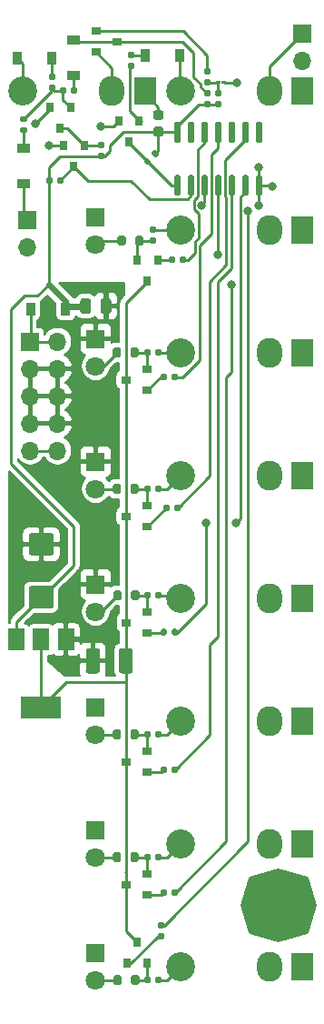
<source format=gtl>
G04 #@! TF.GenerationSoftware,KiCad,Pcbnew,(5.1.7)-1*
G04 #@! TF.CreationDate,2021-01-31T04:24:23+01:00*
G04 #@! TF.ProjectId,clockdiv,636c6f63-6b64-4697-962e-6b696361645f,rev?*
G04 #@! TF.SameCoordinates,Original*
G04 #@! TF.FileFunction,Copper,L1,Top*
G04 #@! TF.FilePolarity,Positive*
%FSLAX46Y46*%
G04 Gerber Fmt 4.6, Leading zero omitted, Abs format (unit mm)*
G04 Created by KiCad (PCBNEW (5.1.7)-1) date 2021-01-31 04:24:23*
%MOMM*%
%LPD*%
G01*
G04 APERTURE LIST*
G04 #@! TA.AperFunction,ComponentPad*
%ADD10O,2.350000X2.800000*%
G04 #@! TD*
G04 #@! TA.AperFunction,ComponentPad*
%ADD11R,2.150000X2.600000*%
G04 #@! TD*
G04 #@! TA.AperFunction,ComponentPad*
%ADD12C,2.700000*%
G04 #@! TD*
G04 #@! TA.AperFunction,ComponentPad*
%ADD13O,1.700000X1.700000*%
G04 #@! TD*
G04 #@! TA.AperFunction,ComponentPad*
%ADD14R,1.700000X1.700000*%
G04 #@! TD*
G04 #@! TA.AperFunction,SMDPad,CuDef*
%ADD15R,1.500000X2.000000*%
G04 #@! TD*
G04 #@! TA.AperFunction,SMDPad,CuDef*
%ADD16R,3.800000X2.000000*%
G04 #@! TD*
G04 #@! TA.AperFunction,SMDPad,CuDef*
%ADD17R,0.800000X0.900000*%
G04 #@! TD*
G04 #@! TA.AperFunction,ComponentPad*
%ADD18C,1.800000*%
G04 #@! TD*
G04 #@! TA.AperFunction,ComponentPad*
%ADD19R,1.800000X1.800000*%
G04 #@! TD*
G04 #@! TA.AperFunction,SMDPad,CuDef*
%ADD20R,0.900000X1.200000*%
G04 #@! TD*
G04 #@! TA.AperFunction,SMDPad,CuDef*
%ADD21R,1.200000X0.900000*%
G04 #@! TD*
G04 #@! TA.AperFunction,SMDPad,CuDef*
%ADD22R,0.900000X0.800000*%
G04 #@! TD*
G04 #@! TA.AperFunction,ViaPad*
%ADD23C,0.800000*%
G04 #@! TD*
G04 #@! TA.AperFunction,Conductor*
%ADD24C,0.250000*%
G04 #@! TD*
G04 #@! TA.AperFunction,Conductor*
%ADD25C,0.600000*%
G04 #@! TD*
G04 #@! TA.AperFunction,Conductor*
%ADD26C,0.200000*%
G04 #@! TD*
G04 #@! TA.AperFunction,Conductor*
%ADD27C,0.100000*%
G04 #@! TD*
G04 #@! TA.AperFunction,Conductor*
%ADD28C,0.254000*%
G04 #@! TD*
G04 APERTURE END LIST*
G04 #@! TO.P,R22,2*
G04 #@! TO.N,Net-(Q9-Pad1)*
G04 #@! TA.AperFunction,SMDPad,CuDef*
G36*
G01*
X122950000Y-133292000D02*
X122950000Y-133662000D01*
G75*
G02*
X122815000Y-133797000I-135000J0D01*
G01*
X122545000Y-133797000D01*
G75*
G02*
X122410000Y-133662000I0J135000D01*
G01*
X122410000Y-133292000D01*
G75*
G02*
X122545000Y-133157000I135000J0D01*
G01*
X122815000Y-133157000D01*
G75*
G02*
X122950000Y-133292000I0J-135000D01*
G01*
G37*
G04 #@! TD.AperFunction*
G04 #@! TO.P,R22,1*
G04 #@! TO.N,/divider/OUT4*
G04 #@! TA.AperFunction,SMDPad,CuDef*
G36*
G01*
X123970000Y-133292000D02*
X123970000Y-133662000D01*
G75*
G02*
X123835000Y-133797000I-135000J0D01*
G01*
X123565000Y-133797000D01*
G75*
G02*
X123430000Y-133662000I0J135000D01*
G01*
X123430000Y-133292000D01*
G75*
G02*
X123565000Y-133157000I135000J0D01*
G01*
X123835000Y-133157000D01*
G75*
G02*
X123970000Y-133292000I0J-135000D01*
G01*
G37*
G04 #@! TD.AperFunction*
G04 #@! TD*
D10*
G04 #@! TO.P,J2,TN*
G04 #@! TO.N,GNDREF*
X117856000Y-83058000D03*
D11*
G04 #@! TO.P,J2,S*
X120956000Y-83058000D03*
D12*
G04 #@! TO.P,J2,T*
G04 #@! TO.N,Net-(D2-Pad2)*
X109556000Y-83058000D03*
G04 #@! TD*
G04 #@! TO.P,R31,2*
G04 #@! TO.N,Net-(D6-Pad2)*
G04 #@! TA.AperFunction,SMDPad,CuDef*
G36*
G01*
X118764000Y-165587000D02*
X118764000Y-166137000D01*
G75*
G02*
X118564000Y-166337000I-200000J0D01*
G01*
X118164000Y-166337000D01*
G75*
G02*
X117964000Y-166137000I0J200000D01*
G01*
X117964000Y-165587000D01*
G75*
G02*
X118164000Y-165387000I200000J0D01*
G01*
X118564000Y-165387000D01*
G75*
G02*
X118764000Y-165587000I0J-200000D01*
G01*
G37*
G04 #@! TD.AperFunction*
G04 #@! TO.P,R31,1*
G04 #@! TO.N,Net-(Q5-Pad2)*
G04 #@! TA.AperFunction,SMDPad,CuDef*
G36*
G01*
X120414000Y-165587000D02*
X120414000Y-166137000D01*
G75*
G02*
X120214000Y-166337000I-200000J0D01*
G01*
X119814000Y-166337000D01*
G75*
G02*
X119614000Y-166137000I0J200000D01*
G01*
X119614000Y-165587000D01*
G75*
G02*
X119814000Y-165387000I200000J0D01*
G01*
X120214000Y-165387000D01*
G75*
G02*
X120414000Y-165587000I0J-200000D01*
G01*
G37*
G04 #@! TD.AperFunction*
G04 #@! TD*
G04 #@! TO.P,R30,2*
G04 #@! TO.N,Net-(D12-Pad2)*
G04 #@! TA.AperFunction,SMDPad,CuDef*
G36*
G01*
X118701000Y-154157000D02*
X118701000Y-154707000D01*
G75*
G02*
X118501000Y-154907000I-200000J0D01*
G01*
X118101000Y-154907000D01*
G75*
G02*
X117901000Y-154707000I0J200000D01*
G01*
X117901000Y-154157000D01*
G75*
G02*
X118101000Y-153957000I200000J0D01*
G01*
X118501000Y-153957000D01*
G75*
G02*
X118701000Y-154157000I0J-200000D01*
G01*
G37*
G04 #@! TD.AperFunction*
G04 #@! TO.P,R30,1*
G04 #@! TO.N,Net-(Q11-Pad2)*
G04 #@! TA.AperFunction,SMDPad,CuDef*
G36*
G01*
X120351000Y-154157000D02*
X120351000Y-154707000D01*
G75*
G02*
X120151000Y-154907000I-200000J0D01*
G01*
X119751000Y-154907000D01*
G75*
G02*
X119551000Y-154707000I0J200000D01*
G01*
X119551000Y-154157000D01*
G75*
G02*
X119751000Y-153957000I200000J0D01*
G01*
X120151000Y-153957000D01*
G75*
G02*
X120351000Y-154157000I0J-200000D01*
G01*
G37*
G04 #@! TD.AperFunction*
G04 #@! TD*
G04 #@! TO.P,R27,2*
G04 #@! TO.N,Net-(D11-Pad2)*
G04 #@! TA.AperFunction,SMDPad,CuDef*
G36*
G01*
X118701000Y-142727000D02*
X118701000Y-143277000D01*
G75*
G02*
X118501000Y-143477000I-200000J0D01*
G01*
X118101000Y-143477000D01*
G75*
G02*
X117901000Y-143277000I0J200000D01*
G01*
X117901000Y-142727000D01*
G75*
G02*
X118101000Y-142527000I200000J0D01*
G01*
X118501000Y-142527000D01*
G75*
G02*
X118701000Y-142727000I0J-200000D01*
G01*
G37*
G04 #@! TD.AperFunction*
G04 #@! TO.P,R27,1*
G04 #@! TO.N,Net-(Q10-Pad2)*
G04 #@! TA.AperFunction,SMDPad,CuDef*
G36*
G01*
X120351000Y-142727000D02*
X120351000Y-143277000D01*
G75*
G02*
X120151000Y-143477000I-200000J0D01*
G01*
X119751000Y-143477000D01*
G75*
G02*
X119551000Y-143277000I0J200000D01*
G01*
X119551000Y-142727000D01*
G75*
G02*
X119751000Y-142527000I200000J0D01*
G01*
X120151000Y-142527000D01*
G75*
G02*
X120351000Y-142727000I0J-200000D01*
G01*
G37*
G04 #@! TD.AperFunction*
G04 #@! TD*
G04 #@! TO.P,R24,2*
G04 #@! TO.N,Net-(D10-Pad2)*
G04 #@! TA.AperFunction,SMDPad,CuDef*
G36*
G01*
X118764000Y-129773000D02*
X118764000Y-130323000D01*
G75*
G02*
X118564000Y-130523000I-200000J0D01*
G01*
X118164000Y-130523000D01*
G75*
G02*
X117964000Y-130323000I0J200000D01*
G01*
X117964000Y-129773000D01*
G75*
G02*
X118164000Y-129573000I200000J0D01*
G01*
X118564000Y-129573000D01*
G75*
G02*
X118764000Y-129773000I0J-200000D01*
G01*
G37*
G04 #@! TD.AperFunction*
G04 #@! TO.P,R24,1*
G04 #@! TO.N,Net-(Q9-Pad2)*
G04 #@! TA.AperFunction,SMDPad,CuDef*
G36*
G01*
X120414000Y-129773000D02*
X120414000Y-130323000D01*
G75*
G02*
X120214000Y-130523000I-200000J0D01*
G01*
X119814000Y-130523000D01*
G75*
G02*
X119614000Y-130323000I0J200000D01*
G01*
X119614000Y-129773000D01*
G75*
G02*
X119814000Y-129573000I200000J0D01*
G01*
X120214000Y-129573000D01*
G75*
G02*
X120414000Y-129773000I0J-200000D01*
G01*
G37*
G04 #@! TD.AperFunction*
G04 #@! TD*
G04 #@! TO.P,R21,2*
G04 #@! TO.N,Net-(D9-Pad2)*
G04 #@! TA.AperFunction,SMDPad,CuDef*
G36*
G01*
X118701000Y-107167000D02*
X118701000Y-107717000D01*
G75*
G02*
X118501000Y-107917000I-200000J0D01*
G01*
X118101000Y-107917000D01*
G75*
G02*
X117901000Y-107717000I0J200000D01*
G01*
X117901000Y-107167000D01*
G75*
G02*
X118101000Y-106967000I200000J0D01*
G01*
X118501000Y-106967000D01*
G75*
G02*
X118701000Y-107167000I0J-200000D01*
G01*
G37*
G04 #@! TD.AperFunction*
G04 #@! TO.P,R21,1*
G04 #@! TO.N,Net-(Q8-Pad2)*
G04 #@! TA.AperFunction,SMDPad,CuDef*
G36*
G01*
X120351000Y-107167000D02*
X120351000Y-107717000D01*
G75*
G02*
X120151000Y-107917000I-200000J0D01*
G01*
X119751000Y-107917000D01*
G75*
G02*
X119551000Y-107717000I0J200000D01*
G01*
X119551000Y-107167000D01*
G75*
G02*
X119751000Y-106967000I200000J0D01*
G01*
X120151000Y-106967000D01*
G75*
G02*
X120351000Y-107167000I0J-200000D01*
G01*
G37*
G04 #@! TD.AperFunction*
G04 #@! TD*
G04 #@! TO.P,R18,2*
G04 #@! TO.N,Net-(D8-Pad2)*
G04 #@! TA.AperFunction,SMDPad,CuDef*
G36*
G01*
X118701000Y-119867000D02*
X118701000Y-120417000D01*
G75*
G02*
X118501000Y-120617000I-200000J0D01*
G01*
X118101000Y-120617000D01*
G75*
G02*
X117901000Y-120417000I0J200000D01*
G01*
X117901000Y-119867000D01*
G75*
G02*
X118101000Y-119667000I200000J0D01*
G01*
X118501000Y-119667000D01*
G75*
G02*
X118701000Y-119867000I0J-200000D01*
G01*
G37*
G04 #@! TD.AperFunction*
G04 #@! TO.P,R18,1*
G04 #@! TO.N,Net-(Q7-Pad2)*
G04 #@! TA.AperFunction,SMDPad,CuDef*
G36*
G01*
X120351000Y-119867000D02*
X120351000Y-120417000D01*
G75*
G02*
X120151000Y-120617000I-200000J0D01*
G01*
X119751000Y-120617000D01*
G75*
G02*
X119551000Y-120417000I0J200000D01*
G01*
X119551000Y-119867000D01*
G75*
G02*
X119751000Y-119667000I200000J0D01*
G01*
X120151000Y-119667000D01*
G75*
G02*
X120351000Y-119867000I0J-200000D01*
G01*
G37*
G04 #@! TD.AperFunction*
G04 #@! TD*
G04 #@! TO.P,R15,2*
G04 #@! TO.N,Net-(D7-Pad2)*
G04 #@! TA.AperFunction,SMDPad,CuDef*
G36*
G01*
X119146000Y-96753000D02*
X119146000Y-97303000D01*
G75*
G02*
X118946000Y-97503000I-200000J0D01*
G01*
X118546000Y-97503000D01*
G75*
G02*
X118346000Y-97303000I0J200000D01*
G01*
X118346000Y-96753000D01*
G75*
G02*
X118546000Y-96553000I200000J0D01*
G01*
X118946000Y-96553000D01*
G75*
G02*
X119146000Y-96753000I0J-200000D01*
G01*
G37*
G04 #@! TD.AperFunction*
G04 #@! TO.P,R15,1*
G04 #@! TO.N,Net-(Q6-Pad2)*
G04 #@! TA.AperFunction,SMDPad,CuDef*
G36*
G01*
X120796000Y-96753000D02*
X120796000Y-97303000D01*
G75*
G02*
X120596000Y-97503000I-200000J0D01*
G01*
X120196000Y-97503000D01*
G75*
G02*
X119996000Y-97303000I0J200000D01*
G01*
X119996000Y-96753000D01*
G75*
G02*
X120196000Y-96553000I200000J0D01*
G01*
X120596000Y-96553000D01*
G75*
G02*
X120796000Y-96753000I0J-200000D01*
G01*
G37*
G04 #@! TD.AperFunction*
G04 #@! TD*
G04 #@! TO.P,R8,2*
G04 #@! TO.N,/divider/CLOCK_INV*
G04 #@! TA.AperFunction,SMDPad,CuDef*
G36*
G01*
X121218104Y-89340267D02*
X121479733Y-89601896D01*
G75*
G02*
X121479733Y-89792814I-95459J-95459D01*
G01*
X121288814Y-89983733D01*
G75*
G02*
X121097896Y-89983733I-95459J95459D01*
G01*
X120836267Y-89722104D01*
G75*
G02*
X120836267Y-89531186I95459J95459D01*
G01*
X121027186Y-89340267D01*
G75*
G02*
X121218104Y-89340267I95459J-95459D01*
G01*
G37*
G04 #@! TD.AperFunction*
G04 #@! TO.P,R8,1*
G04 #@! TO.N,+12V*
G04 #@! TA.AperFunction,SMDPad,CuDef*
G36*
G01*
X121939352Y-88619019D02*
X122200981Y-88880648D01*
G75*
G02*
X122200981Y-89071566I-95459J-95459D01*
G01*
X122010062Y-89262485D01*
G75*
G02*
X121819144Y-89262485I-95459J95459D01*
G01*
X121557515Y-89000856D01*
G75*
G02*
X121557515Y-88809938I95459J95459D01*
G01*
X121748434Y-88619019D01*
G75*
G02*
X121939352Y-88619019I95459J-95459D01*
G01*
G37*
G04 #@! TD.AperFunction*
G04 #@! TD*
D13*
G04 #@! TO.P,J10,2*
G04 #@! TO.N,GNDREF*
X135636000Y-80264000D03*
D14*
G04 #@! TO.P,J10,1*
G04 #@! TO.N,Net-(J1-PadTN)*
X135636000Y-77724000D03*
G04 #@! TD*
D13*
G04 #@! TO.P,J3,2*
G04 #@! TO.N,GNDREF*
X109982000Y-97663000D03*
D14*
G04 #@! TO.P,J3,1*
G04 #@! TO.N,Net-(D3-Pad2)*
X109982000Y-95123000D03*
G04 #@! TD*
D15*
G04 #@! TO.P,U2,1*
G04 #@! TO.N,GNDREF*
X113552000Y-134162000D03*
G04 #@! TO.P,U2,3*
G04 #@! TO.N,+12V*
X108952000Y-134162000D03*
G04 #@! TO.P,U2,2*
G04 #@! TO.N,+5V*
X111252000Y-134162000D03*
D16*
X111252000Y-140462000D03*
G04 #@! TD*
G04 #@! TO.P,C6,2*
G04 #@! TO.N,GNDREF*
G04 #@! TA.AperFunction,SMDPad,CuDef*
G36*
G01*
X116727000Y-135218997D02*
X116727000Y-137069003D01*
G75*
G02*
X116477003Y-137319000I-249997J0D01*
G01*
X115651997Y-137319000D01*
G75*
G02*
X115402000Y-137069003I0J249997D01*
G01*
X115402000Y-135218997D01*
G75*
G02*
X115651997Y-134969000I249997J0D01*
G01*
X116477003Y-134969000D01*
G75*
G02*
X116727000Y-135218997I0J-249997D01*
G01*
G37*
G04 #@! TD.AperFunction*
G04 #@! TO.P,C6,1*
G04 #@! TO.N,+5V*
G04 #@! TA.AperFunction,SMDPad,CuDef*
G36*
G01*
X119802000Y-135218997D02*
X119802000Y-137069003D01*
G75*
G02*
X119552003Y-137319000I-249997J0D01*
G01*
X118726997Y-137319000D01*
G75*
G02*
X118477000Y-137069003I0J249997D01*
G01*
X118477000Y-135218997D01*
G75*
G02*
X118726997Y-134969000I249997J0D01*
G01*
X119552003Y-134969000D01*
G75*
G02*
X119802000Y-135218997I0J-249997D01*
G01*
G37*
G04 #@! TD.AperFunction*
G04 #@! TD*
G04 #@! TO.P,C5,2*
G04 #@! TO.N,GNDREF*
G04 #@! TA.AperFunction,SMDPad,CuDef*
G36*
G01*
X112177000Y-126337000D02*
X110327000Y-126337000D01*
G75*
G02*
X110077000Y-126087000I0J250000D01*
G01*
X110077000Y-124512000D01*
G75*
G02*
X110327000Y-124262000I250000J0D01*
G01*
X112177000Y-124262000D01*
G75*
G02*
X112427000Y-124512000I0J-250000D01*
G01*
X112427000Y-126087000D01*
G75*
G02*
X112177000Y-126337000I-250000J0D01*
G01*
G37*
G04 #@! TD.AperFunction*
G04 #@! TO.P,C5,1*
G04 #@! TO.N,+12V*
G04 #@! TA.AperFunction,SMDPad,CuDef*
G36*
G01*
X112177000Y-131262000D02*
X110327000Y-131262000D01*
G75*
G02*
X110077000Y-131012000I0J250000D01*
G01*
X110077000Y-129437000D01*
G75*
G02*
X110327000Y-129187000I250000J0D01*
G01*
X112177000Y-129187000D01*
G75*
G02*
X112427000Y-129437000I0J-250000D01*
G01*
X112427000Y-131012000D01*
G75*
G02*
X112177000Y-131262000I-250000J0D01*
G01*
G37*
G04 #@! TD.AperFunction*
G04 #@! TD*
G04 #@! TO.P,R12,2*
G04 #@! TO.N,Net-(J12-PadT)*
G04 #@! TA.AperFunction,SMDPad,CuDef*
G36*
G01*
X121906000Y-166047000D02*
X121906000Y-165677000D01*
G75*
G02*
X122041000Y-165542000I135000J0D01*
G01*
X122311000Y-165542000D01*
G75*
G02*
X122446000Y-165677000I0J-135000D01*
G01*
X122446000Y-166047000D01*
G75*
G02*
X122311000Y-166182000I-135000J0D01*
G01*
X122041000Y-166182000D01*
G75*
G02*
X121906000Y-166047000I0J135000D01*
G01*
G37*
G04 #@! TD.AperFunction*
G04 #@! TO.P,R12,1*
G04 #@! TO.N,Net-(Q5-Pad2)*
G04 #@! TA.AperFunction,SMDPad,CuDef*
G36*
G01*
X120886000Y-166047000D02*
X120886000Y-165677000D01*
G75*
G02*
X121021000Y-165542000I135000J0D01*
G01*
X121291000Y-165542000D01*
G75*
G02*
X121426000Y-165677000I0J-135000D01*
G01*
X121426000Y-166047000D01*
G75*
G02*
X121291000Y-166182000I-135000J0D01*
G01*
X121021000Y-166182000D01*
G75*
G02*
X120886000Y-166047000I0J135000D01*
G01*
G37*
G04 #@! TD.AperFunction*
G04 #@! TD*
G04 #@! TO.P,R10,2*
G04 #@! TO.N,Net-(Q5-Pad1)*
G04 #@! TA.AperFunction,SMDPad,CuDef*
G36*
G01*
X122243000Y-161530000D02*
X122613000Y-161530000D01*
G75*
G02*
X122748000Y-161665000I0J-135000D01*
G01*
X122748000Y-161935000D01*
G75*
G02*
X122613000Y-162070000I-135000J0D01*
G01*
X122243000Y-162070000D01*
G75*
G02*
X122108000Y-161935000I0J135000D01*
G01*
X122108000Y-161665000D01*
G75*
G02*
X122243000Y-161530000I135000J0D01*
G01*
G37*
G04 #@! TD.AperFunction*
G04 #@! TO.P,R10,1*
G04 #@! TO.N,/divider/OUT7*
G04 #@! TA.AperFunction,SMDPad,CuDef*
G36*
G01*
X122243000Y-160510000D02*
X122613000Y-160510000D01*
G75*
G02*
X122748000Y-160645000I0J-135000D01*
G01*
X122748000Y-160915000D01*
G75*
G02*
X122613000Y-161050000I-135000J0D01*
G01*
X122243000Y-161050000D01*
G75*
G02*
X122108000Y-160915000I0J135000D01*
G01*
X122108000Y-160645000D01*
G75*
G02*
X122243000Y-160510000I135000J0D01*
G01*
G37*
G04 #@! TD.AperFunction*
G04 #@! TD*
D17*
G04 #@! TO.P,Q5,3*
G04 #@! TO.N,+5V*
X120208000Y-162322000D03*
G04 #@! TO.P,Q5,2*
G04 #@! TO.N,Net-(Q5-Pad2)*
X121158000Y-164322000D03*
G04 #@! TO.P,Q5,1*
G04 #@! TO.N,Net-(Q5-Pad1)*
X119258000Y-164322000D03*
G04 #@! TD*
D10*
G04 #@! TO.P,J12,TN*
G04 #@! TO.N,Net-(J12-PadTN)*
X132536000Y-164592000D03*
D11*
G04 #@! TO.P,J12,S*
G04 #@! TO.N,GNDREF*
X135636000Y-164592000D03*
D12*
G04 #@! TO.P,J12,T*
G04 #@! TO.N,Net-(J12-PadT)*
X124236000Y-164592000D03*
G04 #@! TD*
D18*
G04 #@! TO.P,D6,2*
G04 #@! TO.N,Net-(D6-Pad2)*
X116332000Y-165862000D03*
D19*
G04 #@! TO.P,D6,1*
G04 #@! TO.N,GNDREF*
X116332000Y-163322000D03*
G04 #@! TD*
G04 #@! TO.P,U1,14*
G04 #@! TO.N,+12V*
G04 #@! TA.AperFunction,SMDPad,CuDef*
G36*
G01*
X124102000Y-87908000D02*
X123802000Y-87908000D01*
G75*
G02*
X123652000Y-87758000I0J150000D01*
G01*
X123652000Y-86108000D01*
G75*
G02*
X123802000Y-85958000I150000J0D01*
G01*
X124102000Y-85958000D01*
G75*
G02*
X124252000Y-86108000I0J-150000D01*
G01*
X124252000Y-87758000D01*
G75*
G02*
X124102000Y-87908000I-150000J0D01*
G01*
G37*
G04 #@! TD.AperFunction*
G04 #@! TO.P,U1,13*
G04 #@! TO.N,N/C*
G04 #@! TA.AperFunction,SMDPad,CuDef*
G36*
G01*
X125372000Y-87908000D02*
X125072000Y-87908000D01*
G75*
G02*
X124922000Y-87758000I0J150000D01*
G01*
X124922000Y-86108000D01*
G75*
G02*
X125072000Y-85958000I150000J0D01*
G01*
X125372000Y-85958000D01*
G75*
G02*
X125522000Y-86108000I0J-150000D01*
G01*
X125522000Y-87758000D01*
G75*
G02*
X125372000Y-87908000I-150000J0D01*
G01*
G37*
G04 #@! TD.AperFunction*
G04 #@! TO.P,U1,12*
G04 #@! TO.N,/divider/OUT1*
G04 #@! TA.AperFunction,SMDPad,CuDef*
G36*
G01*
X126642000Y-87908000D02*
X126342000Y-87908000D01*
G75*
G02*
X126192000Y-87758000I0J150000D01*
G01*
X126192000Y-86108000D01*
G75*
G02*
X126342000Y-85958000I150000J0D01*
G01*
X126642000Y-85958000D01*
G75*
G02*
X126792000Y-86108000I0J-150000D01*
G01*
X126792000Y-87758000D01*
G75*
G02*
X126642000Y-87908000I-150000J0D01*
G01*
G37*
G04 #@! TD.AperFunction*
G04 #@! TO.P,U1,11*
G04 #@! TO.N,/divider/OUT2*
G04 #@! TA.AperFunction,SMDPad,CuDef*
G36*
G01*
X127912000Y-87908000D02*
X127612000Y-87908000D01*
G75*
G02*
X127462000Y-87758000I0J150000D01*
G01*
X127462000Y-86108000D01*
G75*
G02*
X127612000Y-85958000I150000J0D01*
G01*
X127912000Y-85958000D01*
G75*
G02*
X128062000Y-86108000I0J-150000D01*
G01*
X128062000Y-87758000D01*
G75*
G02*
X127912000Y-87908000I-150000J0D01*
G01*
G37*
G04 #@! TD.AperFunction*
G04 #@! TO.P,U1,10*
G04 #@! TO.N,N/C*
G04 #@! TA.AperFunction,SMDPad,CuDef*
G36*
G01*
X129182000Y-87908000D02*
X128882000Y-87908000D01*
G75*
G02*
X128732000Y-87758000I0J150000D01*
G01*
X128732000Y-86108000D01*
G75*
G02*
X128882000Y-85958000I150000J0D01*
G01*
X129182000Y-85958000D01*
G75*
G02*
X129332000Y-86108000I0J-150000D01*
G01*
X129332000Y-87758000D01*
G75*
G02*
X129182000Y-87908000I-150000J0D01*
G01*
G37*
G04 #@! TD.AperFunction*
G04 #@! TO.P,U1,9*
G04 #@! TO.N,/divider/OUT3*
G04 #@! TA.AperFunction,SMDPad,CuDef*
G36*
G01*
X130452000Y-87908000D02*
X130152000Y-87908000D01*
G75*
G02*
X130002000Y-87758000I0J150000D01*
G01*
X130002000Y-86108000D01*
G75*
G02*
X130152000Y-85958000I150000J0D01*
G01*
X130452000Y-85958000D01*
G75*
G02*
X130602000Y-86108000I0J-150000D01*
G01*
X130602000Y-87758000D01*
G75*
G02*
X130452000Y-87908000I-150000J0D01*
G01*
G37*
G04 #@! TD.AperFunction*
G04 #@! TO.P,U1,8*
G04 #@! TO.N,N/C*
G04 #@! TA.AperFunction,SMDPad,CuDef*
G36*
G01*
X131722000Y-87908000D02*
X131422000Y-87908000D01*
G75*
G02*
X131272000Y-87758000I0J150000D01*
G01*
X131272000Y-86108000D01*
G75*
G02*
X131422000Y-85958000I150000J0D01*
G01*
X131722000Y-85958000D01*
G75*
G02*
X131872000Y-86108000I0J-150000D01*
G01*
X131872000Y-87758000D01*
G75*
G02*
X131722000Y-87908000I-150000J0D01*
G01*
G37*
G04 #@! TD.AperFunction*
G04 #@! TO.P,U1,7*
G04 #@! TO.N,GNDREF*
G04 #@! TA.AperFunction,SMDPad,CuDef*
G36*
G01*
X131722000Y-92858000D02*
X131422000Y-92858000D01*
G75*
G02*
X131272000Y-92708000I0J150000D01*
G01*
X131272000Y-91058000D01*
G75*
G02*
X131422000Y-90908000I150000J0D01*
G01*
X131722000Y-90908000D01*
G75*
G02*
X131872000Y-91058000I0J-150000D01*
G01*
X131872000Y-92708000D01*
G75*
G02*
X131722000Y-92858000I-150000J0D01*
G01*
G37*
G04 #@! TD.AperFunction*
G04 #@! TO.P,U1,6*
G04 #@! TO.N,/divider/OUT4*
G04 #@! TA.AperFunction,SMDPad,CuDef*
G36*
G01*
X130452000Y-92858000D02*
X130152000Y-92858000D01*
G75*
G02*
X130002000Y-92708000I0J150000D01*
G01*
X130002000Y-91058000D01*
G75*
G02*
X130152000Y-90908000I150000J0D01*
G01*
X130452000Y-90908000D01*
G75*
G02*
X130602000Y-91058000I0J-150000D01*
G01*
X130602000Y-92708000D01*
G75*
G02*
X130452000Y-92858000I-150000J0D01*
G01*
G37*
G04 #@! TD.AperFunction*
G04 #@! TO.P,U1,5*
G04 #@! TO.N,/divider/OUT5*
G04 #@! TA.AperFunction,SMDPad,CuDef*
G36*
G01*
X129182000Y-92858000D02*
X128882000Y-92858000D01*
G75*
G02*
X128732000Y-92708000I0J150000D01*
G01*
X128732000Y-91058000D01*
G75*
G02*
X128882000Y-90908000I150000J0D01*
G01*
X129182000Y-90908000D01*
G75*
G02*
X129332000Y-91058000I0J-150000D01*
G01*
X129332000Y-92708000D01*
G75*
G02*
X129182000Y-92858000I-150000J0D01*
G01*
G37*
G04 #@! TD.AperFunction*
G04 #@! TO.P,U1,4*
G04 #@! TO.N,/divider/OUT6*
G04 #@! TA.AperFunction,SMDPad,CuDef*
G36*
G01*
X127912000Y-92858000D02*
X127612000Y-92858000D01*
G75*
G02*
X127462000Y-92708000I0J150000D01*
G01*
X127462000Y-91058000D01*
G75*
G02*
X127612000Y-90908000I150000J0D01*
G01*
X127912000Y-90908000D01*
G75*
G02*
X128062000Y-91058000I0J-150000D01*
G01*
X128062000Y-92708000D01*
G75*
G02*
X127912000Y-92858000I-150000J0D01*
G01*
G37*
G04 #@! TD.AperFunction*
G04 #@! TO.P,U1,3*
G04 #@! TO.N,/divider/OUT7*
G04 #@! TA.AperFunction,SMDPad,CuDef*
G36*
G01*
X126642000Y-92858000D02*
X126342000Y-92858000D01*
G75*
G02*
X126192000Y-92708000I0J150000D01*
G01*
X126192000Y-91058000D01*
G75*
G02*
X126342000Y-90908000I150000J0D01*
G01*
X126642000Y-90908000D01*
G75*
G02*
X126792000Y-91058000I0J-150000D01*
G01*
X126792000Y-92708000D01*
G75*
G02*
X126642000Y-92858000I-150000J0D01*
G01*
G37*
G04 #@! TD.AperFunction*
G04 #@! TO.P,U1,2*
G04 #@! TO.N,/divider/RESET*
G04 #@! TA.AperFunction,SMDPad,CuDef*
G36*
G01*
X125372000Y-92858000D02*
X125072000Y-92858000D01*
G75*
G02*
X124922000Y-92708000I0J150000D01*
G01*
X124922000Y-91058000D01*
G75*
G02*
X125072000Y-90908000I150000J0D01*
G01*
X125372000Y-90908000D01*
G75*
G02*
X125522000Y-91058000I0J-150000D01*
G01*
X125522000Y-92708000D01*
G75*
G02*
X125372000Y-92858000I-150000J0D01*
G01*
G37*
G04 #@! TD.AperFunction*
G04 #@! TO.P,U1,1*
G04 #@! TO.N,/divider/CLOCK_INV*
G04 #@! TA.AperFunction,SMDPad,CuDef*
G36*
G01*
X124102000Y-92858000D02*
X123802000Y-92858000D01*
G75*
G02*
X123652000Y-92708000I0J150000D01*
G01*
X123652000Y-91058000D01*
G75*
G02*
X123802000Y-90908000I150000J0D01*
G01*
X124102000Y-90908000D01*
G75*
G02*
X124252000Y-91058000I0J-150000D01*
G01*
X124252000Y-92708000D01*
G75*
G02*
X124102000Y-92858000I-150000J0D01*
G01*
G37*
G04 #@! TD.AperFunction*
G04 #@! TD*
G04 #@! TO.P,R11,2*
G04 #@! TO.N,/divider/RESET*
G04 #@! TA.AperFunction,SMDPad,CuDef*
G36*
G01*
X112762000Y-91625000D02*
X112762000Y-91255000D01*
G75*
G02*
X112897000Y-91120000I135000J0D01*
G01*
X113167000Y-91120000D01*
G75*
G02*
X113302000Y-91255000I0J-135000D01*
G01*
X113302000Y-91625000D01*
G75*
G02*
X113167000Y-91760000I-135000J0D01*
G01*
X112897000Y-91760000D01*
G75*
G02*
X112762000Y-91625000I0J135000D01*
G01*
G37*
G04 #@! TD.AperFunction*
G04 #@! TO.P,R11,1*
G04 #@! TO.N,+12V*
G04 #@! TA.AperFunction,SMDPad,CuDef*
G36*
G01*
X111742000Y-91625000D02*
X111742000Y-91255000D01*
G75*
G02*
X111877000Y-91120000I135000J0D01*
G01*
X112147000Y-91120000D01*
G75*
G02*
X112282000Y-91255000I0J-135000D01*
G01*
X112282000Y-91625000D01*
G75*
G02*
X112147000Y-91760000I-135000J0D01*
G01*
X111877000Y-91760000D01*
G75*
G02*
X111742000Y-91625000I0J135000D01*
G01*
G37*
G04 #@! TD.AperFunction*
G04 #@! TD*
D13*
G04 #@! TO.P,J11,10*
G04 #@! TO.N,Net-(J11-Pad10)*
X112776000Y-116586000D03*
G04 #@! TO.P,J11,9*
X110236000Y-116586000D03*
G04 #@! TO.P,J11,8*
G04 #@! TO.N,GNDREF*
X112776000Y-114046000D03*
G04 #@! TO.P,J11,7*
X110236000Y-114046000D03*
G04 #@! TO.P,J11,6*
X112776000Y-111506000D03*
G04 #@! TO.P,J11,5*
X110236000Y-111506000D03*
G04 #@! TO.P,J11,4*
X112776000Y-108966000D03*
G04 #@! TO.P,J11,3*
X110236000Y-108966000D03*
G04 #@! TO.P,J11,2*
G04 #@! TO.N,Net-(D5-Pad2)*
X112776000Y-106426000D03*
D14*
G04 #@! TO.P,J11,1*
X110236000Y-106426000D03*
G04 #@! TD*
D20*
G04 #@! TO.P,D5,2*
G04 #@! TO.N,Net-(D5-Pad2)*
X110238000Y-103378000D03*
G04 #@! TO.P,D5,1*
G04 #@! TO.N,+12V*
X113538000Y-103378000D03*
G04 #@! TD*
G04 #@! TO.P,C4,2*
G04 #@! TO.N,GNDREF*
G04 #@! TA.AperFunction,SMDPad,CuDef*
G36*
G01*
X116782000Y-103599000D02*
X116782000Y-102649000D01*
G75*
G02*
X117032000Y-102399000I250000J0D01*
G01*
X117532000Y-102399000D01*
G75*
G02*
X117782000Y-102649000I0J-250000D01*
G01*
X117782000Y-103599000D01*
G75*
G02*
X117532000Y-103849000I-250000J0D01*
G01*
X117032000Y-103849000D01*
G75*
G02*
X116782000Y-103599000I0J250000D01*
G01*
G37*
G04 #@! TD.AperFunction*
G04 #@! TO.P,C4,1*
G04 #@! TO.N,+12V*
G04 #@! TA.AperFunction,SMDPad,CuDef*
G36*
G01*
X114882000Y-103599000D02*
X114882000Y-102649000D01*
G75*
G02*
X115132000Y-102399000I250000J0D01*
G01*
X115632000Y-102399000D01*
G75*
G02*
X115882000Y-102649000I0J-250000D01*
G01*
X115882000Y-103599000D01*
G75*
G02*
X115632000Y-103849000I-250000J0D01*
G01*
X115132000Y-103849000D01*
G75*
G02*
X114882000Y-103599000I0J250000D01*
G01*
G37*
G04 #@! TD.AperFunction*
G04 #@! TD*
D21*
G04 #@! TO.P,D4,2*
G04 #@! TO.N,Net-(D4-Pad2)*
X114300000Y-78360000D03*
G04 #@! TO.P,D4,1*
G04 #@! TO.N,Net-(D4-Pad1)*
X114300000Y-81660000D03*
G04 #@! TD*
G04 #@! TO.P,D3,2*
G04 #@! TO.N,Net-(D3-Pad2)*
X109601000Y-91693000D03*
G04 #@! TO.P,D3,1*
G04 #@! TO.N,Net-(D3-Pad1)*
X109601000Y-88393000D03*
G04 #@! TD*
D20*
G04 #@! TO.P,D2,2*
G04 #@! TO.N,Net-(D2-Pad2)*
X108968000Y-80010000D03*
G04 #@! TO.P,D2,1*
G04 #@! TO.N,Net-(D2-Pad1)*
X112268000Y-80010000D03*
G04 #@! TD*
G04 #@! TO.P,D1,2*
G04 #@! TO.N,Net-(D1-Pad2)*
X124206000Y-79756000D03*
G04 #@! TO.P,D1,1*
G04 #@! TO.N,Net-(D1-Pad1)*
X120906000Y-79756000D03*
G04 #@! TD*
G04 #@! TO.P,C2,2*
G04 #@! TO.N,+12V*
G04 #@! TA.AperFunction,SMDPad,CuDef*
G36*
G01*
X121924000Y-86431000D02*
X122424000Y-86431000D01*
G75*
G02*
X122649000Y-86656000I0J-225000D01*
G01*
X122649000Y-87106000D01*
G75*
G02*
X122424000Y-87331000I-225000J0D01*
G01*
X121924000Y-87331000D01*
G75*
G02*
X121699000Y-87106000I0J225000D01*
G01*
X121699000Y-86656000D01*
G75*
G02*
X121924000Y-86431000I225000J0D01*
G01*
G37*
G04 #@! TD.AperFunction*
G04 #@! TO.P,C2,1*
G04 #@! TO.N,GNDREF*
G04 #@! TA.AperFunction,SMDPad,CuDef*
G36*
G01*
X121924000Y-84881000D02*
X122424000Y-84881000D01*
G75*
G02*
X122649000Y-85106000I0J-225000D01*
G01*
X122649000Y-85556000D01*
G75*
G02*
X122424000Y-85781000I-225000J0D01*
G01*
X121924000Y-85781000D01*
G75*
G02*
X121699000Y-85556000I0J225000D01*
G01*
X121699000Y-85106000D01*
G75*
G02*
X121924000Y-84881000I225000J0D01*
G01*
G37*
G04 #@! TD.AperFunction*
G04 #@! TD*
D18*
G04 #@! TO.P,D12,2*
G04 #@! TO.N,Net-(D12-Pad2)*
X116332000Y-154432000D03*
D19*
G04 #@! TO.P,D12,1*
G04 #@! TO.N,GNDREF*
X116332000Y-151892000D03*
G04 #@! TD*
D18*
G04 #@! TO.P,D11,2*
G04 #@! TO.N,Net-(D11-Pad2)*
X116332000Y-143002000D03*
D19*
G04 #@! TO.P,D11,1*
G04 #@! TO.N,GNDREF*
X116332000Y-140462000D03*
G04 #@! TD*
D18*
G04 #@! TO.P,D10,2*
G04 #@! TO.N,Net-(D10-Pad2)*
X116332000Y-131572000D03*
D19*
G04 #@! TO.P,D10,1*
G04 #@! TO.N,GNDREF*
X116332000Y-129032000D03*
G04 #@! TD*
D18*
G04 #@! TO.P,D9,2*
G04 #@! TO.N,Net-(D9-Pad2)*
X116332000Y-108712000D03*
D19*
G04 #@! TO.P,D9,1*
G04 #@! TO.N,GNDREF*
X116332000Y-106172000D03*
G04 #@! TD*
D18*
G04 #@! TO.P,D8,2*
G04 #@! TO.N,Net-(D8-Pad2)*
X116332000Y-120142000D03*
D19*
G04 #@! TO.P,D8,1*
G04 #@! TO.N,GNDREF*
X116332000Y-117602000D03*
G04 #@! TD*
D18*
G04 #@! TO.P,D7,2*
G04 #@! TO.N,Net-(D7-Pad2)*
X116332000Y-97409000D03*
D19*
G04 #@! TO.P,D7,1*
G04 #@! TO.N,GNDREF*
X116332000Y-94869000D03*
G04 #@! TD*
G04 #@! TO.P,R29,2*
G04 #@! TO.N,Net-(J9-PadT)*
G04 #@! TA.AperFunction,SMDPad,CuDef*
G36*
G01*
X121908000Y-154617000D02*
X121908000Y-154247000D01*
G75*
G02*
X122043000Y-154112000I135000J0D01*
G01*
X122313000Y-154112000D01*
G75*
G02*
X122448000Y-154247000I0J-135000D01*
G01*
X122448000Y-154617000D01*
G75*
G02*
X122313000Y-154752000I-135000J0D01*
G01*
X122043000Y-154752000D01*
G75*
G02*
X121908000Y-154617000I0J135000D01*
G01*
G37*
G04 #@! TD.AperFunction*
G04 #@! TO.P,R29,1*
G04 #@! TO.N,Net-(Q11-Pad2)*
G04 #@! TA.AperFunction,SMDPad,CuDef*
G36*
G01*
X120888000Y-154617000D02*
X120888000Y-154247000D01*
G75*
G02*
X121023000Y-154112000I135000J0D01*
G01*
X121293000Y-154112000D01*
G75*
G02*
X121428000Y-154247000I0J-135000D01*
G01*
X121428000Y-154617000D01*
G75*
G02*
X121293000Y-154752000I-135000J0D01*
G01*
X121023000Y-154752000D01*
G75*
G02*
X120888000Y-154617000I0J135000D01*
G01*
G37*
G04 #@! TD.AperFunction*
G04 #@! TD*
G04 #@! TO.P,R28,2*
G04 #@! TO.N,Net-(Q11-Pad1)*
G04 #@! TA.AperFunction,SMDPad,CuDef*
G36*
G01*
X122950000Y-157549000D02*
X122950000Y-157919000D01*
G75*
G02*
X122815000Y-158054000I-135000J0D01*
G01*
X122545000Y-158054000D01*
G75*
G02*
X122410000Y-157919000I0J135000D01*
G01*
X122410000Y-157549000D01*
G75*
G02*
X122545000Y-157414000I135000J0D01*
G01*
X122815000Y-157414000D01*
G75*
G02*
X122950000Y-157549000I0J-135000D01*
G01*
G37*
G04 #@! TD.AperFunction*
G04 #@! TO.P,R28,1*
G04 #@! TO.N,/divider/OUT6*
G04 #@! TA.AperFunction,SMDPad,CuDef*
G36*
G01*
X123970000Y-157549000D02*
X123970000Y-157919000D01*
G75*
G02*
X123835000Y-158054000I-135000J0D01*
G01*
X123565000Y-158054000D01*
G75*
G02*
X123430000Y-157919000I0J135000D01*
G01*
X123430000Y-157549000D01*
G75*
G02*
X123565000Y-157414000I135000J0D01*
G01*
X123835000Y-157414000D01*
G75*
G02*
X123970000Y-157549000I0J-135000D01*
G01*
G37*
G04 #@! TD.AperFunction*
G04 #@! TD*
G04 #@! TO.P,R26,2*
G04 #@! TO.N,Net-(J8-PadT)*
G04 #@! TA.AperFunction,SMDPad,CuDef*
G36*
G01*
X121906000Y-143187000D02*
X121906000Y-142817000D01*
G75*
G02*
X122041000Y-142682000I135000J0D01*
G01*
X122311000Y-142682000D01*
G75*
G02*
X122446000Y-142817000I0J-135000D01*
G01*
X122446000Y-143187000D01*
G75*
G02*
X122311000Y-143322000I-135000J0D01*
G01*
X122041000Y-143322000D01*
G75*
G02*
X121906000Y-143187000I0J135000D01*
G01*
G37*
G04 #@! TD.AperFunction*
G04 #@! TO.P,R26,1*
G04 #@! TO.N,Net-(Q10-Pad2)*
G04 #@! TA.AperFunction,SMDPad,CuDef*
G36*
G01*
X120886000Y-143187000D02*
X120886000Y-142817000D01*
G75*
G02*
X121021000Y-142682000I135000J0D01*
G01*
X121291000Y-142682000D01*
G75*
G02*
X121426000Y-142817000I0J-135000D01*
G01*
X121426000Y-143187000D01*
G75*
G02*
X121291000Y-143322000I-135000J0D01*
G01*
X121021000Y-143322000D01*
G75*
G02*
X120886000Y-143187000I0J135000D01*
G01*
G37*
G04 #@! TD.AperFunction*
G04 #@! TD*
G04 #@! TO.P,R25,2*
G04 #@! TO.N,Net-(Q10-Pad1)*
G04 #@! TA.AperFunction,SMDPad,CuDef*
G36*
G01*
X122952000Y-146119000D02*
X122952000Y-146489000D01*
G75*
G02*
X122817000Y-146624000I-135000J0D01*
G01*
X122547000Y-146624000D01*
G75*
G02*
X122412000Y-146489000I0J135000D01*
G01*
X122412000Y-146119000D01*
G75*
G02*
X122547000Y-145984000I135000J0D01*
G01*
X122817000Y-145984000D01*
G75*
G02*
X122952000Y-146119000I0J-135000D01*
G01*
G37*
G04 #@! TD.AperFunction*
G04 #@! TO.P,R25,1*
G04 #@! TO.N,/divider/OUT5*
G04 #@! TA.AperFunction,SMDPad,CuDef*
G36*
G01*
X123972000Y-146119000D02*
X123972000Y-146489000D01*
G75*
G02*
X123837000Y-146624000I-135000J0D01*
G01*
X123567000Y-146624000D01*
G75*
G02*
X123432000Y-146489000I0J135000D01*
G01*
X123432000Y-146119000D01*
G75*
G02*
X123567000Y-145984000I135000J0D01*
G01*
X123837000Y-145984000D01*
G75*
G02*
X123972000Y-146119000I0J-135000D01*
G01*
G37*
G04 #@! TD.AperFunction*
G04 #@! TD*
G04 #@! TO.P,R23,2*
G04 #@! TO.N,Net-(J7-PadT)*
G04 #@! TA.AperFunction,SMDPad,CuDef*
G36*
G01*
X121906000Y-130233000D02*
X121906000Y-129863000D01*
G75*
G02*
X122041000Y-129728000I135000J0D01*
G01*
X122311000Y-129728000D01*
G75*
G02*
X122446000Y-129863000I0J-135000D01*
G01*
X122446000Y-130233000D01*
G75*
G02*
X122311000Y-130368000I-135000J0D01*
G01*
X122041000Y-130368000D01*
G75*
G02*
X121906000Y-130233000I0J135000D01*
G01*
G37*
G04 #@! TD.AperFunction*
G04 #@! TO.P,R23,1*
G04 #@! TO.N,Net-(Q9-Pad2)*
G04 #@! TA.AperFunction,SMDPad,CuDef*
G36*
G01*
X120886000Y-130233000D02*
X120886000Y-129863000D01*
G75*
G02*
X121021000Y-129728000I135000J0D01*
G01*
X121291000Y-129728000D01*
G75*
G02*
X121426000Y-129863000I0J-135000D01*
G01*
X121426000Y-130233000D01*
G75*
G02*
X121291000Y-130368000I-135000J0D01*
G01*
X121021000Y-130368000D01*
G75*
G02*
X120886000Y-130233000I0J135000D01*
G01*
G37*
G04 #@! TD.AperFunction*
G04 #@! TD*
G04 #@! TO.P,R20,2*
G04 #@! TO.N,Net-(J6-PadT)*
G04 #@! TA.AperFunction,SMDPad,CuDef*
G36*
G01*
X121906000Y-107627000D02*
X121906000Y-107257000D01*
G75*
G02*
X122041000Y-107122000I135000J0D01*
G01*
X122311000Y-107122000D01*
G75*
G02*
X122446000Y-107257000I0J-135000D01*
G01*
X122446000Y-107627000D01*
G75*
G02*
X122311000Y-107762000I-135000J0D01*
G01*
X122041000Y-107762000D01*
G75*
G02*
X121906000Y-107627000I0J135000D01*
G01*
G37*
G04 #@! TD.AperFunction*
G04 #@! TO.P,R20,1*
G04 #@! TO.N,Net-(Q8-Pad2)*
G04 #@! TA.AperFunction,SMDPad,CuDef*
G36*
G01*
X120886000Y-107627000D02*
X120886000Y-107257000D01*
G75*
G02*
X121021000Y-107122000I135000J0D01*
G01*
X121291000Y-107122000D01*
G75*
G02*
X121426000Y-107257000I0J-135000D01*
G01*
X121426000Y-107627000D01*
G75*
G02*
X121291000Y-107762000I-135000J0D01*
G01*
X121021000Y-107762000D01*
G75*
G02*
X120886000Y-107627000I0J135000D01*
G01*
G37*
G04 #@! TD.AperFunction*
G04 #@! TD*
G04 #@! TO.P,R19,1*
G04 #@! TO.N,/divider/OUT2*
G04 #@! TA.AperFunction,SMDPad,CuDef*
G36*
G01*
X123970000Y-109543000D02*
X123970000Y-109913000D01*
G75*
G02*
X123835000Y-110048000I-135000J0D01*
G01*
X123565000Y-110048000D01*
G75*
G02*
X123430000Y-109913000I0J135000D01*
G01*
X123430000Y-109543000D01*
G75*
G02*
X123565000Y-109408000I135000J0D01*
G01*
X123835000Y-109408000D01*
G75*
G02*
X123970000Y-109543000I0J-135000D01*
G01*
G37*
G04 #@! TD.AperFunction*
G04 #@! TO.P,R19,2*
G04 #@! TO.N,Net-(Q8-Pad1)*
G04 #@! TA.AperFunction,SMDPad,CuDef*
G36*
G01*
X122950000Y-109543000D02*
X122950000Y-109913000D01*
G75*
G02*
X122815000Y-110048000I-135000J0D01*
G01*
X122545000Y-110048000D01*
G75*
G02*
X122410000Y-109913000I0J135000D01*
G01*
X122410000Y-109543000D01*
G75*
G02*
X122545000Y-109408000I135000J0D01*
G01*
X122815000Y-109408000D01*
G75*
G02*
X122950000Y-109543000I0J-135000D01*
G01*
G37*
G04 #@! TD.AperFunction*
G04 #@! TD*
G04 #@! TO.P,R17,2*
G04 #@! TO.N,Net-(J5-PadT)*
G04 #@! TA.AperFunction,SMDPad,CuDef*
G36*
G01*
X121906000Y-120327000D02*
X121906000Y-119957000D01*
G75*
G02*
X122041000Y-119822000I135000J0D01*
G01*
X122311000Y-119822000D01*
G75*
G02*
X122446000Y-119957000I0J-135000D01*
G01*
X122446000Y-120327000D01*
G75*
G02*
X122311000Y-120462000I-135000J0D01*
G01*
X122041000Y-120462000D01*
G75*
G02*
X121906000Y-120327000I0J135000D01*
G01*
G37*
G04 #@! TD.AperFunction*
G04 #@! TO.P,R17,1*
G04 #@! TO.N,Net-(Q7-Pad2)*
G04 #@! TA.AperFunction,SMDPad,CuDef*
G36*
G01*
X120886000Y-120327000D02*
X120886000Y-119957000D01*
G75*
G02*
X121021000Y-119822000I135000J0D01*
G01*
X121291000Y-119822000D01*
G75*
G02*
X121426000Y-119957000I0J-135000D01*
G01*
X121426000Y-120327000D01*
G75*
G02*
X121291000Y-120462000I-135000J0D01*
G01*
X121021000Y-120462000D01*
G75*
G02*
X120886000Y-120327000I0J135000D01*
G01*
G37*
G04 #@! TD.AperFunction*
G04 #@! TD*
G04 #@! TO.P,R16,2*
G04 #@! TO.N,Net-(Q7-Pad1)*
G04 #@! TA.AperFunction,SMDPad,CuDef*
G36*
G01*
X123204000Y-121735000D02*
X123204000Y-122105000D01*
G75*
G02*
X123069000Y-122240000I-135000J0D01*
G01*
X122799000Y-122240000D01*
G75*
G02*
X122664000Y-122105000I0J135000D01*
G01*
X122664000Y-121735000D01*
G75*
G02*
X122799000Y-121600000I135000J0D01*
G01*
X123069000Y-121600000D01*
G75*
G02*
X123204000Y-121735000I0J-135000D01*
G01*
G37*
G04 #@! TD.AperFunction*
G04 #@! TO.P,R16,1*
G04 #@! TO.N,/divider/OUT3*
G04 #@! TA.AperFunction,SMDPad,CuDef*
G36*
G01*
X124224000Y-121735000D02*
X124224000Y-122105000D01*
G75*
G02*
X124089000Y-122240000I-135000J0D01*
G01*
X123819000Y-122240000D01*
G75*
G02*
X123684000Y-122105000I0J135000D01*
G01*
X123684000Y-121735000D01*
G75*
G02*
X123819000Y-121600000I135000J0D01*
G01*
X124089000Y-121600000D01*
G75*
G02*
X124224000Y-121735000I0J-135000D01*
G01*
G37*
G04 #@! TD.AperFunction*
G04 #@! TD*
G04 #@! TO.P,R14,2*
G04 #@! TO.N,Net-(J4-PadT)*
G04 #@! TA.AperFunction,SMDPad,CuDef*
G36*
G01*
X121851000Y-96280000D02*
X121481000Y-96280000D01*
G75*
G02*
X121346000Y-96145000I0J135000D01*
G01*
X121346000Y-95875000D01*
G75*
G02*
X121481000Y-95740000I135000J0D01*
G01*
X121851000Y-95740000D01*
G75*
G02*
X121986000Y-95875000I0J-135000D01*
G01*
X121986000Y-96145000D01*
G75*
G02*
X121851000Y-96280000I-135000J0D01*
G01*
G37*
G04 #@! TD.AperFunction*
G04 #@! TO.P,R14,1*
G04 #@! TO.N,Net-(Q6-Pad2)*
G04 #@! TA.AperFunction,SMDPad,CuDef*
G36*
G01*
X121851000Y-97300000D02*
X121481000Y-97300000D01*
G75*
G02*
X121346000Y-97165000I0J135000D01*
G01*
X121346000Y-96895000D01*
G75*
G02*
X121481000Y-96760000I135000J0D01*
G01*
X121851000Y-96760000D01*
G75*
G02*
X121986000Y-96895000I0J-135000D01*
G01*
X121986000Y-97165000D01*
G75*
G02*
X121851000Y-97300000I-135000J0D01*
G01*
G37*
G04 #@! TD.AperFunction*
G04 #@! TD*
G04 #@! TO.P,R13,2*
G04 #@! TO.N,Net-(Q6-Pad1)*
G04 #@! TA.AperFunction,SMDPad,CuDef*
G36*
G01*
X123712000Y-98621000D02*
X123712000Y-98991000D01*
G75*
G02*
X123577000Y-99126000I-135000J0D01*
G01*
X123307000Y-99126000D01*
G75*
G02*
X123172000Y-98991000I0J135000D01*
G01*
X123172000Y-98621000D01*
G75*
G02*
X123307000Y-98486000I135000J0D01*
G01*
X123577000Y-98486000D01*
G75*
G02*
X123712000Y-98621000I0J-135000D01*
G01*
G37*
G04 #@! TD.AperFunction*
G04 #@! TO.P,R13,1*
G04 #@! TO.N,/divider/OUT1*
G04 #@! TA.AperFunction,SMDPad,CuDef*
G36*
G01*
X124732000Y-98621000D02*
X124732000Y-98991000D01*
G75*
G02*
X124597000Y-99126000I-135000J0D01*
G01*
X124327000Y-99126000D01*
G75*
G02*
X124192000Y-98991000I0J135000D01*
G01*
X124192000Y-98621000D01*
G75*
G02*
X124327000Y-98486000I135000J0D01*
G01*
X124597000Y-98486000D01*
G75*
G02*
X124732000Y-98621000I0J-135000D01*
G01*
G37*
G04 #@! TD.AperFunction*
G04 #@! TD*
G04 #@! TO.P,R9,2*
G04 #@! TO.N,Net-(Q3-Pad3)*
G04 #@! TA.AperFunction,SMDPad,CuDef*
G36*
G01*
X117025000Y-88406000D02*
X116655000Y-88406000D01*
G75*
G02*
X116520000Y-88271000I0J135000D01*
G01*
X116520000Y-88001000D01*
G75*
G02*
X116655000Y-87866000I135000J0D01*
G01*
X117025000Y-87866000D01*
G75*
G02*
X117160000Y-88001000I0J-135000D01*
G01*
X117160000Y-88271000D01*
G75*
G02*
X117025000Y-88406000I-135000J0D01*
G01*
G37*
G04 #@! TD.AperFunction*
G04 #@! TO.P,R9,1*
G04 #@! TO.N,+12V*
G04 #@! TA.AperFunction,SMDPad,CuDef*
G36*
G01*
X117025000Y-89426000D02*
X116655000Y-89426000D01*
G75*
G02*
X116520000Y-89291000I0J135000D01*
G01*
X116520000Y-89021000D01*
G75*
G02*
X116655000Y-88886000I135000J0D01*
G01*
X117025000Y-88886000D01*
G75*
G02*
X117160000Y-89021000I0J-135000D01*
G01*
X117160000Y-89291000D01*
G75*
G02*
X117025000Y-89426000I-135000J0D01*
G01*
G37*
G04 #@! TD.AperFunction*
G04 #@! TD*
G04 #@! TO.P,R7,2*
G04 #@! TO.N,Net-(Q3-Pad1)*
G04 #@! TA.AperFunction,SMDPad,CuDef*
G36*
G01*
X113552000Y-82873000D02*
X113552000Y-83243000D01*
G75*
G02*
X113417000Y-83378000I-135000J0D01*
G01*
X113147000Y-83378000D01*
G75*
G02*
X113012000Y-83243000I0J135000D01*
G01*
X113012000Y-82873000D01*
G75*
G02*
X113147000Y-82738000I135000J0D01*
G01*
X113417000Y-82738000D01*
G75*
G02*
X113552000Y-82873000I0J-135000D01*
G01*
G37*
G04 #@! TD.AperFunction*
G04 #@! TO.P,R7,1*
G04 #@! TO.N,Net-(D4-Pad1)*
G04 #@! TA.AperFunction,SMDPad,CuDef*
G36*
G01*
X114572000Y-82873000D02*
X114572000Y-83243000D01*
G75*
G02*
X114437000Y-83378000I-135000J0D01*
G01*
X114167000Y-83378000D01*
G75*
G02*
X114032000Y-83243000I0J135000D01*
G01*
X114032000Y-82873000D01*
G75*
G02*
X114167000Y-82738000I135000J0D01*
G01*
X114437000Y-82738000D01*
G75*
G02*
X114572000Y-82873000I0J-135000D01*
G01*
G37*
G04 #@! TD.AperFunction*
G04 #@! TD*
G04 #@! TO.P,R6,2*
G04 #@! TO.N,Net-(Q3-Pad1)*
G04 #@! TA.AperFunction,SMDPad,CuDef*
G36*
G01*
X109786000Y-85993000D02*
X109416000Y-85993000D01*
G75*
G02*
X109281000Y-85858000I0J135000D01*
G01*
X109281000Y-85588000D01*
G75*
G02*
X109416000Y-85453000I135000J0D01*
G01*
X109786000Y-85453000D01*
G75*
G02*
X109921000Y-85588000I0J-135000D01*
G01*
X109921000Y-85858000D01*
G75*
G02*
X109786000Y-85993000I-135000J0D01*
G01*
G37*
G04 #@! TD.AperFunction*
G04 #@! TO.P,R6,1*
G04 #@! TO.N,Net-(D3-Pad1)*
G04 #@! TA.AperFunction,SMDPad,CuDef*
G36*
G01*
X109786000Y-87013000D02*
X109416000Y-87013000D01*
G75*
G02*
X109281000Y-86878000I0J135000D01*
G01*
X109281000Y-86608000D01*
G75*
G02*
X109416000Y-86473000I135000J0D01*
G01*
X109786000Y-86473000D01*
G75*
G02*
X109921000Y-86608000I0J-135000D01*
G01*
X109921000Y-86878000D01*
G75*
G02*
X109786000Y-87013000I-135000J0D01*
G01*
G37*
G04 #@! TD.AperFunction*
G04 #@! TD*
G04 #@! TO.P,R5,2*
G04 #@! TO.N,Net-(Q3-Pad1)*
G04 #@! TA.AperFunction,SMDPad,CuDef*
G36*
G01*
X112083000Y-82536000D02*
X112453000Y-82536000D01*
G75*
G02*
X112588000Y-82671000I0J-135000D01*
G01*
X112588000Y-82941000D01*
G75*
G02*
X112453000Y-83076000I-135000J0D01*
G01*
X112083000Y-83076000D01*
G75*
G02*
X111948000Y-82941000I0J135000D01*
G01*
X111948000Y-82671000D01*
G75*
G02*
X112083000Y-82536000I135000J0D01*
G01*
G37*
G04 #@! TD.AperFunction*
G04 #@! TO.P,R5,1*
G04 #@! TO.N,Net-(D2-Pad1)*
G04 #@! TA.AperFunction,SMDPad,CuDef*
G36*
G01*
X112083000Y-81516000D02*
X112453000Y-81516000D01*
G75*
G02*
X112588000Y-81651000I0J-135000D01*
G01*
X112588000Y-81921000D01*
G75*
G02*
X112453000Y-82056000I-135000J0D01*
G01*
X112083000Y-82056000D01*
G75*
G02*
X111948000Y-81921000I0J135000D01*
G01*
X111948000Y-81651000D01*
G75*
G02*
X112083000Y-81516000I135000J0D01*
G01*
G37*
G04 #@! TD.AperFunction*
G04 #@! TD*
G04 #@! TO.P,R4,2*
G04 #@! TO.N,Net-(Q2-Pad1)*
G04 #@! TA.AperFunction,SMDPad,CuDef*
G36*
G01*
X119449000Y-80504000D02*
X119819000Y-80504000D01*
G75*
G02*
X119954000Y-80639000I0J-135000D01*
G01*
X119954000Y-80909000D01*
G75*
G02*
X119819000Y-81044000I-135000J0D01*
G01*
X119449000Y-81044000D01*
G75*
G02*
X119314000Y-80909000I0J135000D01*
G01*
X119314000Y-80639000D01*
G75*
G02*
X119449000Y-80504000I135000J0D01*
G01*
G37*
G04 #@! TD.AperFunction*
G04 #@! TO.P,R4,1*
G04 #@! TO.N,Net-(D1-Pad1)*
G04 #@! TA.AperFunction,SMDPad,CuDef*
G36*
G01*
X119449000Y-79484000D02*
X119819000Y-79484000D01*
G75*
G02*
X119954000Y-79619000I0J-135000D01*
G01*
X119954000Y-79889000D01*
G75*
G02*
X119819000Y-80024000I-135000J0D01*
G01*
X119449000Y-80024000D01*
G75*
G02*
X119314000Y-79889000I0J135000D01*
G01*
X119314000Y-79619000D01*
G75*
G02*
X119449000Y-79484000I135000J0D01*
G01*
G37*
G04 #@! TD.AperFunction*
G04 #@! TD*
G04 #@! TO.P,R3,2*
G04 #@! TO.N,Net-(D4-Pad2)*
G04 #@! TA.AperFunction,SMDPad,CuDef*
G36*
G01*
X126931000Y-83580000D02*
X126561000Y-83580000D01*
G75*
G02*
X126426000Y-83445000I0J135000D01*
G01*
X126426000Y-83175000D01*
G75*
G02*
X126561000Y-83040000I135000J0D01*
G01*
X126931000Y-83040000D01*
G75*
G02*
X127066000Y-83175000I0J-135000D01*
G01*
X127066000Y-83445000D01*
G75*
G02*
X126931000Y-83580000I-135000J0D01*
G01*
G37*
G04 #@! TD.AperFunction*
G04 #@! TO.P,R3,1*
G04 #@! TO.N,+12V*
G04 #@! TA.AperFunction,SMDPad,CuDef*
G36*
G01*
X126931000Y-84600000D02*
X126561000Y-84600000D01*
G75*
G02*
X126426000Y-84465000I0J135000D01*
G01*
X126426000Y-84195000D01*
G75*
G02*
X126561000Y-84060000I135000J0D01*
G01*
X126931000Y-84060000D01*
G75*
G02*
X127066000Y-84195000I0J-135000D01*
G01*
X127066000Y-84465000D01*
G75*
G02*
X126931000Y-84600000I-135000J0D01*
G01*
G37*
G04 #@! TD.AperFunction*
G04 #@! TD*
G04 #@! TO.P,R2,2*
G04 #@! TO.N,Net-(C1-Pad1)*
G04 #@! TA.AperFunction,SMDPad,CuDef*
G36*
G01*
X126561000Y-82028000D02*
X126931000Y-82028000D01*
G75*
G02*
X127066000Y-82163000I0J-135000D01*
G01*
X127066000Y-82433000D01*
G75*
G02*
X126931000Y-82568000I-135000J0D01*
G01*
X126561000Y-82568000D01*
G75*
G02*
X126426000Y-82433000I0J135000D01*
G01*
X126426000Y-82163000D01*
G75*
G02*
X126561000Y-82028000I135000J0D01*
G01*
G37*
G04 #@! TD.AperFunction*
G04 #@! TO.P,R2,1*
G04 #@! TO.N,Net-(Q1-Pad1)*
G04 #@! TA.AperFunction,SMDPad,CuDef*
G36*
G01*
X126561000Y-81008000D02*
X126931000Y-81008000D01*
G75*
G02*
X127066000Y-81143000I0J-135000D01*
G01*
X127066000Y-81413000D01*
G75*
G02*
X126931000Y-81548000I-135000J0D01*
G01*
X126561000Y-81548000D01*
G75*
G02*
X126426000Y-81413000I0J135000D01*
G01*
X126426000Y-81143000D01*
G75*
G02*
X126561000Y-81008000I135000J0D01*
G01*
G37*
G04 #@! TD.AperFunction*
G04 #@! TD*
G04 #@! TO.P,R1,2*
G04 #@! TO.N,+12V*
G04 #@! TA.AperFunction,SMDPad,CuDef*
G36*
G01*
X127577000Y-84060000D02*
X127947000Y-84060000D01*
G75*
G02*
X128082000Y-84195000I0J-135000D01*
G01*
X128082000Y-84465000D01*
G75*
G02*
X127947000Y-84600000I-135000J0D01*
G01*
X127577000Y-84600000D01*
G75*
G02*
X127442000Y-84465000I0J135000D01*
G01*
X127442000Y-84195000D01*
G75*
G02*
X127577000Y-84060000I135000J0D01*
G01*
G37*
G04 #@! TD.AperFunction*
G04 #@! TO.P,R1,1*
G04 #@! TO.N,Net-(C1-Pad1)*
G04 #@! TA.AperFunction,SMDPad,CuDef*
G36*
G01*
X127577000Y-83040000D02*
X127947000Y-83040000D01*
G75*
G02*
X128082000Y-83175000I0J-135000D01*
G01*
X128082000Y-83445000D01*
G75*
G02*
X127947000Y-83580000I-135000J0D01*
G01*
X127577000Y-83580000D01*
G75*
G02*
X127442000Y-83445000I0J135000D01*
G01*
X127442000Y-83175000D01*
G75*
G02*
X127577000Y-83040000I135000J0D01*
G01*
G37*
G04 #@! TD.AperFunction*
G04 #@! TD*
D22*
G04 #@! TO.P,Q11,3*
G04 #@! TO.N,+5V*
X119142000Y-156972000D03*
G04 #@! TO.P,Q11,2*
G04 #@! TO.N,Net-(Q11-Pad2)*
X121142000Y-156022000D03*
G04 #@! TO.P,Q11,1*
G04 #@! TO.N,Net-(Q11-Pad1)*
X121142000Y-157922000D03*
G04 #@! TD*
G04 #@! TO.P,Q10,3*
G04 #@! TO.N,+5V*
X119142000Y-145542000D03*
G04 #@! TO.P,Q10,2*
G04 #@! TO.N,Net-(Q10-Pad2)*
X121142000Y-144592000D03*
G04 #@! TO.P,Q10,1*
G04 #@! TO.N,Net-(Q10-Pad1)*
X121142000Y-146492000D03*
G04 #@! TD*
G04 #@! TO.P,Q9,3*
G04 #@! TO.N,+5V*
X119158000Y-132588000D03*
G04 #@! TO.P,Q9,2*
G04 #@! TO.N,Net-(Q9-Pad2)*
X121158000Y-131638000D03*
G04 #@! TO.P,Q9,1*
G04 #@! TO.N,Net-(Q9-Pad1)*
X121158000Y-133538000D03*
G04 #@! TD*
G04 #@! TO.P,Q8,3*
G04 #@! TO.N,+5V*
X119142000Y-109982000D03*
G04 #@! TO.P,Q8,2*
G04 #@! TO.N,Net-(Q8-Pad2)*
X121142000Y-109032000D03*
G04 #@! TO.P,Q8,1*
G04 #@! TO.N,Net-(Q8-Pad1)*
X121142000Y-110932000D03*
G04 #@! TD*
G04 #@! TO.P,Q7,3*
G04 #@! TO.N,+5V*
X119142000Y-122682000D03*
G04 #@! TO.P,Q7,2*
G04 #@! TO.N,Net-(Q7-Pad2)*
X121142000Y-121732000D03*
G04 #@! TO.P,Q7,1*
G04 #@! TO.N,Net-(Q7-Pad1)*
X121142000Y-123632000D03*
G04 #@! TD*
D17*
G04 #@! TO.P,Q6,3*
G04 #@! TO.N,+5V*
X121158000Y-100822000D03*
G04 #@! TO.P,Q6,2*
G04 #@! TO.N,Net-(Q6-Pad2)*
X120208000Y-98822000D03*
G04 #@! TO.P,Q6,1*
G04 #@! TO.N,Net-(Q6-Pad1)*
X122108000Y-98822000D03*
G04 #@! TD*
G04 #@! TO.P,Q4,3*
G04 #@! TO.N,/divider/RESET*
X114300000Y-90154000D03*
G04 #@! TO.P,Q4,2*
G04 #@! TO.N,GNDREF*
X113350000Y-88154000D03*
G04 #@! TO.P,Q4,1*
G04 #@! TO.N,Net-(Q3-Pad3)*
X115250000Y-88154000D03*
G04 #@! TD*
G04 #@! TO.P,Q3,3*
G04 #@! TO.N,Net-(Q3-Pad3)*
X113030000Y-86598000D03*
G04 #@! TO.P,Q3,2*
G04 #@! TO.N,GNDREF*
X112080000Y-84598000D03*
G04 #@! TO.P,Q3,1*
G04 #@! TO.N,Net-(Q3-Pad1)*
X113980000Y-84598000D03*
G04 #@! TD*
G04 #@! TO.P,Q2,3*
G04 #@! TO.N,/divider/CLOCK_INV*
X119446000Y-87868000D03*
G04 #@! TO.P,Q2,2*
G04 #@! TO.N,GNDREF*
X118496000Y-85868000D03*
G04 #@! TO.P,Q2,1*
G04 #@! TO.N,Net-(Q2-Pad1)*
X120396000Y-85868000D03*
G04 #@! TD*
D22*
G04 #@! TO.P,Q1,3*
G04 #@! TO.N,Net-(D4-Pad2)*
X118348000Y-78486000D03*
G04 #@! TO.P,Q1,2*
G04 #@! TO.N,GNDREF*
X116348000Y-79436000D03*
G04 #@! TO.P,Q1,1*
G04 #@! TO.N,Net-(Q1-Pad1)*
X116348000Y-77536000D03*
G04 #@! TD*
D10*
G04 #@! TO.P,J9,TN*
G04 #@! TO.N,Net-(J9-PadTN)*
X132536000Y-153162000D03*
D11*
G04 #@! TO.P,J9,S*
G04 #@! TO.N,GNDREF*
X135636000Y-153162000D03*
D12*
G04 #@! TO.P,J9,T*
G04 #@! TO.N,Net-(J9-PadT)*
X124236000Y-153162000D03*
G04 #@! TD*
D10*
G04 #@! TO.P,J8,TN*
G04 #@! TO.N,Net-(J8-PadTN)*
X132536000Y-141732000D03*
D11*
G04 #@! TO.P,J8,S*
G04 #@! TO.N,GNDREF*
X135636000Y-141732000D03*
D12*
G04 #@! TO.P,J8,T*
G04 #@! TO.N,Net-(J8-PadT)*
X124236000Y-141732000D03*
G04 #@! TD*
D10*
G04 #@! TO.P,J7,TN*
G04 #@! TO.N,Net-(J7-PadTN)*
X132536000Y-130302000D03*
D11*
G04 #@! TO.P,J7,S*
G04 #@! TO.N,GNDREF*
X135636000Y-130302000D03*
D12*
G04 #@! TO.P,J7,T*
G04 #@! TO.N,Net-(J7-PadT)*
X124236000Y-130302000D03*
G04 #@! TD*
D10*
G04 #@! TO.P,J6,TN*
G04 #@! TO.N,Net-(J6-PadTN)*
X132536000Y-107442000D03*
D11*
G04 #@! TO.P,J6,S*
G04 #@! TO.N,GNDREF*
X135636000Y-107442000D03*
D12*
G04 #@! TO.P,J6,T*
G04 #@! TO.N,Net-(J6-PadT)*
X124236000Y-107442000D03*
G04 #@! TD*
D10*
G04 #@! TO.P,J5,TN*
G04 #@! TO.N,Net-(J5-PadTN)*
X132536000Y-118872000D03*
D11*
G04 #@! TO.P,J5,S*
G04 #@! TO.N,GNDREF*
X135636000Y-118872000D03*
D12*
G04 #@! TO.P,J5,T*
G04 #@! TO.N,Net-(J5-PadT)*
X124236000Y-118872000D03*
G04 #@! TD*
D10*
G04 #@! TO.P,J4,TN*
G04 #@! TO.N,Net-(J4-PadTN)*
X132536000Y-96012000D03*
D11*
G04 #@! TO.P,J4,S*
G04 #@! TO.N,GNDREF*
X135636000Y-96012000D03*
D12*
G04 #@! TO.P,J4,T*
G04 #@! TO.N,Net-(J4-PadT)*
X124236000Y-96012000D03*
G04 #@! TD*
D10*
G04 #@! TO.P,J1,TN*
G04 #@! TO.N,Net-(J1-PadTN)*
X132536000Y-83058000D03*
D11*
G04 #@! TO.P,J1,S*
G04 #@! TO.N,GNDREF*
X135636000Y-83058000D03*
D12*
G04 #@! TO.P,J1,T*
G04 #@! TO.N,Net-(D1-Pad2)*
X124236000Y-83058000D03*
G04 #@! TD*
G04 #@! TO.P,C1,2*
G04 #@! TO.N,GNDREF*
G04 #@! TA.AperFunction,SMDPad,CuDef*
G36*
G01*
X128066000Y-82371000D02*
X128066000Y-82221000D01*
G75*
G02*
X128141000Y-82146000I75000J0D01*
G01*
X128391000Y-82146000D01*
G75*
G02*
X128466000Y-82221000I0J-75000D01*
G01*
X128466000Y-82371000D01*
G75*
G02*
X128391000Y-82446000I-75000J0D01*
G01*
X128141000Y-82446000D01*
G75*
G02*
X128066000Y-82371000I0J75000D01*
G01*
G37*
G04 #@! TD.AperFunction*
G04 #@! TO.P,C1,1*
G04 #@! TO.N,Net-(C1-Pad1)*
G04 #@! TA.AperFunction,SMDPad,CuDef*
G36*
G01*
X127566000Y-82371000D02*
X127566000Y-82221000D01*
G75*
G02*
X127641000Y-82146000I75000J0D01*
G01*
X127891000Y-82146000D01*
G75*
G02*
X127966000Y-82221000I0J-75000D01*
G01*
X127966000Y-82371000D01*
G75*
G02*
X127891000Y-82446000I-75000J0D01*
G01*
X127641000Y-82446000D01*
G75*
G02*
X127566000Y-82371000I0J75000D01*
G01*
G37*
G04 #@! TD.AperFunction*
G04 #@! TD*
D23*
G04 #@! TO.N,GNDREF*
X116332000Y-114554000D03*
X116332000Y-112268000D03*
X131572000Y-90170000D03*
X132842000Y-91948000D03*
X131572000Y-93726000D03*
X110744000Y-86106000D03*
X129540000Y-82296000D03*
X115570000Y-133858000D03*
X114046000Y-136144000D03*
X113538000Y-132080000D03*
X110490000Y-122682000D03*
X112522000Y-119634000D03*
X117348000Y-101346000D03*
X133604000Y-159004000D03*
X112014000Y-88138000D03*
X116840000Y-86360000D03*
G04 #@! TO.N,/divider/OUT4*
X126619000Y-123317000D03*
X129413000Y-123317000D03*
G04 #@! TO.N,/divider/OUT6*
X127762000Y-98298000D03*
X129032000Y-101092000D03*
G04 #@! TO.N,/divider/OUT7*
X126238000Y-93726000D03*
X130556000Y-94234000D03*
G04 #@! TD*
D24*
G04 #@! TO.N,GNDREF*
X116599000Y-105651000D02*
X116078000Y-106172000D01*
X129540000Y-82296000D02*
X128291010Y-82296000D01*
X120584000Y-83430000D02*
X120956000Y-83058000D01*
X120956000Y-83058000D02*
X120956000Y-83364000D01*
X132777000Y-91883000D02*
X132842000Y-91948000D01*
X131572000Y-91883000D02*
X132777000Y-91883000D01*
X131572000Y-90170000D02*
X131572000Y-93726000D01*
X120956000Y-83364000D02*
X122174000Y-84582000D01*
X122174000Y-84582000D02*
X122174000Y-85331000D01*
X117856000Y-80944000D02*
X116348000Y-79436000D01*
X117856000Y-83058000D02*
X117856000Y-80944000D01*
X118496000Y-83698000D02*
X117856000Y-83058000D01*
X113334000Y-88138000D02*
X113350000Y-88154000D01*
X112014000Y-88138000D02*
X113334000Y-88138000D01*
X112080000Y-84770000D02*
X110744000Y-86106000D01*
X112080000Y-84598000D02*
X112080000Y-84770000D01*
X118004000Y-86360000D02*
X118496000Y-85868000D01*
X116840000Y-86360000D02*
X118004000Y-86360000D01*
G04 #@! TO.N,Net-(C1-Pad1)*
X126746000Y-82298000D02*
X127738990Y-82298000D01*
X127740990Y-82536692D02*
X127740990Y-82296000D01*
X127762000Y-82557702D02*
X127740990Y-82536692D01*
X127762000Y-83310000D02*
X127762000Y-82557702D01*
G04 #@! TO.N,Net-(D5-Pad2)*
X110238000Y-103378000D02*
X110238000Y-106424000D01*
X112776000Y-106426000D02*
X110236000Y-106426000D01*
X110238000Y-106424000D02*
X110236000Y-106426000D01*
G04 #@! TO.N,/divider/RESET*
X125222000Y-92858000D02*
X124896990Y-93183010D01*
X125222000Y-91883000D02*
X125222000Y-92858000D01*
X113032000Y-91422000D02*
X114300000Y-90154000D01*
X113032000Y-91440000D02*
X113032000Y-91422000D01*
X121700990Y-93183010D02*
X121377010Y-93183010D01*
X124896990Y-93183010D02*
X121700990Y-93183010D01*
X121377010Y-93183010D02*
X119634000Y-91440000D01*
X115586000Y-91440000D02*
X114300000Y-90154000D01*
X119634000Y-91440000D02*
X115586000Y-91440000D01*
G04 #@! TO.N,Net-(D1-Pad2)*
X124206000Y-83028000D02*
X124236000Y-83058000D01*
X124206000Y-79756000D02*
X124206000Y-83028000D01*
G04 #@! TO.N,Net-(D2-Pad2)*
X109504000Y-80546000D02*
X108968000Y-80010000D01*
X109504000Y-83058000D02*
X109504000Y-80546000D01*
G04 #@! TO.N,Net-(J4-PadT)*
X124234000Y-96010000D02*
X124236000Y-96012000D01*
X121666000Y-96010000D02*
X124234000Y-96010000D01*
G04 #@! TO.N,Net-(J5-PadT)*
X123700000Y-119408000D02*
X124236000Y-118872000D01*
X122966000Y-120142000D02*
X124236000Y-118872000D01*
X122176000Y-120142000D02*
X122966000Y-120142000D01*
G04 #@! TO.N,Net-(J6-PadT)*
X123728000Y-106934000D02*
X124236000Y-107442000D01*
X122176000Y-107442000D02*
X124236000Y-107442000D01*
G04 #@! TO.N,Net-(J7-PadT)*
X123982000Y-130048000D02*
X124236000Y-130302000D01*
X122176000Y-130048000D02*
X123982000Y-130048000D01*
G04 #@! TO.N,Net-(J8-PadT)*
X123700000Y-142268000D02*
X124236000Y-141732000D01*
X122966000Y-143002000D02*
X124236000Y-141732000D01*
X122176000Y-143002000D02*
X122966000Y-143002000D01*
G04 #@! TO.N,Net-(J9-PadT)*
X123702000Y-153696000D02*
X124236000Y-153162000D01*
X122966000Y-154432000D02*
X124236000Y-153162000D01*
X122178000Y-154432000D02*
X122966000Y-154432000D01*
G04 #@! TO.N,Net-(D4-Pad2)*
X116348000Y-78486000D02*
X124460000Y-78486000D01*
X124460000Y-78486000D02*
X125476000Y-79502000D01*
X126100990Y-82664990D02*
X126746000Y-83310000D01*
X126100990Y-82443988D02*
X126100990Y-82664990D01*
X125476000Y-81818998D02*
X126100990Y-82443988D01*
X125476000Y-79502000D02*
X125476000Y-81818998D01*
X114426000Y-78486000D02*
X114300000Y-78360000D01*
X116348000Y-78486000D02*
X114426000Y-78486000D01*
G04 #@! TO.N,/divider/CLOCK_INV*
X123887000Y-91883000D02*
X123952000Y-91883000D01*
X119446000Y-87868000D02*
X119446000Y-87950000D01*
X123379000Y-91883000D02*
X123952000Y-91883000D01*
X119446000Y-87950000D02*
X123379000Y-91883000D01*
G04 #@! TO.N,Net-(Q3-Pad3)*
X113694000Y-86598000D02*
X113030000Y-86598000D01*
X115250000Y-88154000D02*
X113694000Y-86598000D01*
X115268000Y-88136000D02*
X115250000Y-88154000D01*
X116840000Y-88136000D02*
X115268000Y-88136000D01*
G04 #@! TO.N,+5V*
X119158000Y-109286000D02*
X119158000Y-120970000D01*
X119158000Y-120970000D02*
X119158000Y-132400000D01*
X119158000Y-134703522D02*
X119158000Y-132400000D01*
X119142000Y-134719522D02*
X119158000Y-134703522D01*
X119142000Y-143830000D02*
X119142000Y-154924000D01*
X119142000Y-154924000D02*
X119142000Y-155768000D01*
X119126000Y-155784000D02*
X119142000Y-155768000D01*
X111252000Y-134162000D02*
X111252000Y-140462000D01*
X119142000Y-138160000D02*
X113554000Y-138160000D01*
X113554000Y-138160000D02*
X111252000Y-140462000D01*
X119142000Y-143830000D02*
X119142000Y-138160000D01*
X119142000Y-138160000D02*
X119142000Y-134719522D01*
X121158000Y-100822000D02*
X121158000Y-100838000D01*
X121158000Y-100838000D02*
X119158000Y-102838000D01*
X119158000Y-109286000D02*
X119158000Y-102838000D01*
X120208000Y-162322000D02*
X120158000Y-162322000D01*
X119142000Y-161306000D02*
X119142000Y-155768000D01*
X120158000Y-162322000D02*
X119142000Y-161306000D01*
G04 #@! TO.N,Net-(Q5-Pad2)*
X120014000Y-165862000D02*
X120014000Y-165736000D01*
X120014000Y-165862000D02*
X120014000Y-165482000D01*
X121158000Y-165860000D02*
X121156000Y-165862000D01*
X121158000Y-164322000D02*
X121158000Y-165860000D01*
X121156000Y-165862000D02*
X120014000Y-165862000D01*
G04 #@! TO.N,Net-(Q5-Pad1)*
X119586000Y-164322000D02*
X119258000Y-164322000D01*
X122108000Y-161800000D02*
X119586000Y-164322000D01*
X122428000Y-161800000D02*
X122108000Y-161800000D01*
G04 #@! TO.N,Net-(Q6-Pad2)*
X120398000Y-97030000D02*
X120396000Y-97028000D01*
X121666000Y-97030000D02*
X120398000Y-97030000D01*
X120208000Y-97216000D02*
X120396000Y-97028000D01*
X120208000Y-98822000D02*
X120208000Y-97216000D01*
G04 #@! TO.N,Net-(Q6-Pad1)*
X123426000Y-98822000D02*
X123442000Y-98806000D01*
X122108000Y-98822000D02*
X123426000Y-98822000D01*
G04 #@! TO.N,Net-(Q7-Pad2)*
X121142000Y-120156000D02*
X121156000Y-120142000D01*
X121142000Y-121732000D02*
X121142000Y-120156000D01*
X119951000Y-120142000D02*
X121156000Y-120142000D01*
G04 #@! TO.N,Net-(Q7-Pad1)*
X122854000Y-121920000D02*
X121142000Y-123632000D01*
X122934000Y-121920000D02*
X122854000Y-121920000D01*
G04 #@! TO.N,Net-(Q8-Pad2)*
X121142000Y-107456000D02*
X121156000Y-107442000D01*
X121142000Y-109032000D02*
X121142000Y-107456000D01*
X121156000Y-107442000D02*
X119951000Y-107442000D01*
G04 #@! TO.N,Net-(Q8-Pad1)*
X122680000Y-109728000D02*
X122550000Y-109728000D01*
X122346000Y-109728000D02*
X121142000Y-110932000D01*
X122680000Y-109728000D02*
X122346000Y-109728000D01*
G04 #@! TO.N,Net-(Q9-Pad2)*
X121158000Y-130050000D02*
X121156000Y-130048000D01*
X121158000Y-131638000D02*
X121158000Y-130050000D01*
X120014000Y-130048000D02*
X121156000Y-130048000D01*
G04 #@! TO.N,Net-(Q9-Pad1)*
X122492000Y-133538000D02*
X122680000Y-133350000D01*
X121158000Y-133538000D02*
X122492000Y-133538000D01*
G04 #@! TO.N,Net-(Q10-Pad2)*
X121142000Y-143016000D02*
X121156000Y-143002000D01*
X121142000Y-144592000D02*
X121142000Y-143016000D01*
X121156000Y-143002000D02*
X119951000Y-143002000D01*
G04 #@! TO.N,Net-(Q10-Pad1)*
X122494000Y-146492000D02*
X122682000Y-146304000D01*
X121142000Y-146492000D02*
X122494000Y-146492000D01*
G04 #@! TO.N,Net-(Q11-Pad2)*
X121142000Y-154448000D02*
X121158000Y-154432000D01*
X121142000Y-156022000D02*
X121142000Y-154448000D01*
X121158000Y-154432000D02*
X119951000Y-154432000D01*
G04 #@! TO.N,Net-(Q11-Pad1)*
X122492000Y-157922000D02*
X122680000Y-157734000D01*
X121142000Y-157922000D02*
X122492000Y-157922000D01*
G04 #@! TO.N,+12V*
X111948000Y-90240000D02*
X113030000Y-89158000D01*
X111948000Y-101092000D02*
X111948000Y-90240000D01*
X113030000Y-89158000D02*
X113030000Y-89154000D01*
X127762000Y-84330000D02*
X126746000Y-84330000D01*
X126746000Y-84330000D02*
X125982000Y-84330000D01*
X123952000Y-86360000D02*
X123952000Y-86933000D01*
X125982000Y-84330000D02*
X123952000Y-86360000D01*
D25*
X111948000Y-101092000D02*
X113538000Y-102682000D01*
D24*
X113538000Y-102682000D02*
X113538000Y-103378000D01*
X113034000Y-89154000D02*
X113030000Y-89158000D01*
X117166998Y-89154000D02*
X113034000Y-89154000D01*
X117638499Y-88682499D02*
X117166998Y-89154000D01*
X117628000Y-88138000D02*
X117628000Y-88672000D01*
X118885000Y-86881000D02*
X117628000Y-88138000D01*
X117628000Y-88672000D02*
X117638499Y-88682499D01*
X123900000Y-86881000D02*
X118885000Y-86881000D01*
X123952000Y-86933000D02*
X123900000Y-86881000D01*
X108952000Y-132524500D02*
X111252000Y-130224500D01*
X108952000Y-134162000D02*
X108952000Y-132524500D01*
X114300000Y-124206000D02*
X114300000Y-124600690D01*
X114300000Y-125476000D02*
X114300000Y-124206000D01*
X111252000Y-130224500D02*
X111329500Y-130224500D01*
X114300000Y-127254000D02*
X114300000Y-125476000D01*
X111329500Y-130224500D02*
X114300000Y-127254000D01*
X110897990Y-102142010D02*
X111948000Y-101092000D01*
X109693990Y-102142010D02*
X110897990Y-102142010D01*
X108458000Y-103378000D02*
X109693990Y-102142010D01*
X108458000Y-117798998D02*
X108458000Y-103378000D01*
X114300000Y-123640998D02*
X108458000Y-117798998D01*
X114300000Y-124206000D02*
X114300000Y-123640998D01*
X113792000Y-103124000D02*
X113538000Y-103378000D01*
D25*
X115382000Y-103124000D02*
X113792000Y-103124000D01*
D24*
X122174000Y-88646000D02*
X121879248Y-88940752D01*
X122174000Y-86881000D02*
X122174000Y-88646000D01*
G04 #@! TO.N,Net-(D1-Pad1)*
X120904000Y-79754000D02*
X120906000Y-79756000D01*
X119634000Y-79754000D02*
X120904000Y-79754000D01*
G04 #@! TO.N,Net-(D2-Pad1)*
X112268000Y-81786000D02*
X112268000Y-80010000D01*
G04 #@! TO.N,Net-(D3-Pad1)*
X109601000Y-86743000D02*
X109601000Y-88393000D01*
G04 #@! TO.N,Net-(D4-Pad1)*
X114300000Y-83056000D02*
X114302000Y-83058000D01*
X114300000Y-81660000D02*
X114300000Y-83056000D01*
G04 #@! TO.N,/divider/OUT1*
X125847010Y-88552990D02*
X125847010Y-92904758D01*
X126492000Y-87908000D02*
X125847010Y-88552990D01*
X126492000Y-86933000D02*
X126492000Y-87908000D01*
X125504884Y-94065886D02*
X125504884Y-93246884D01*
X125984000Y-94545002D02*
X125504884Y-94065886D01*
X125588991Y-97138011D02*
X125984000Y-96743002D01*
X125588991Y-98185009D02*
X125588991Y-97138011D01*
X125984000Y-96743002D02*
X125984000Y-94545002D01*
X124968000Y-98806000D02*
X125588991Y-98185009D01*
X124462000Y-98806000D02*
X124968000Y-98806000D01*
X125847010Y-92904758D02*
X125504884Y-93246884D01*
G04 #@! TO.N,Net-(D7-Pad2)*
X116459000Y-97028000D02*
X116078000Y-97409000D01*
X118746000Y-97028000D02*
X116459000Y-97028000D01*
G04 #@! TO.N,/divider/OUT3*
X130302000Y-86933000D02*
X130302000Y-87630000D01*
X128524000Y-89408000D02*
X128387010Y-89544990D01*
X130302000Y-87630000D02*
X128524000Y-89408000D01*
X126931505Y-118942495D02*
X123954000Y-121920000D01*
X126931505Y-100838000D02*
X126931505Y-118942495D01*
X128524000Y-99245505D02*
X126931505Y-100838000D01*
X128524000Y-93021768D02*
X128524000Y-99245505D01*
X128406990Y-89525010D02*
X128406990Y-92904758D01*
X128406990Y-92904758D02*
X128524000Y-93021768D01*
X128524000Y-89408000D02*
X128406990Y-89525010D01*
G04 #@! TO.N,Net-(D8-Pad2)*
X118301000Y-120142000D02*
X116332000Y-120142000D01*
G04 #@! TO.N,/divider/OUT2*
X126039001Y-105465001D02*
X126039001Y-105465001D01*
X127762000Y-88392000D02*
X127136990Y-89017010D01*
X127762000Y-86933000D02*
X127762000Y-88392000D01*
X126039001Y-97480999D02*
X127136990Y-96383010D01*
X124429002Y-109728000D02*
X126039001Y-108118001D01*
X123700000Y-109728000D02*
X124429002Y-109728000D01*
X126039001Y-108118001D02*
X126039001Y-97480999D01*
X127136990Y-89017010D02*
X127136990Y-96383010D01*
G04 #@! TO.N,Net-(D9-Pad2)*
X117031000Y-108712000D02*
X118301000Y-107442000D01*
X116332000Y-108712000D02*
X117031000Y-108712000D01*
G04 #@! TO.N,/divider/OUT4*
X129540000Y-123190000D02*
X129413000Y-123317000D01*
X130302000Y-92529998D02*
X130302000Y-91883000D01*
X129830999Y-93000999D02*
X130302000Y-92529998D01*
X129830999Y-122899001D02*
X129830999Y-93000999D01*
X129413000Y-123317000D02*
X129830999Y-122899001D01*
X123886400Y-133546010D02*
X123700000Y-133546010D01*
X126619000Y-130813410D02*
X123886400Y-133546010D01*
X126619000Y-123317000D02*
X126619000Y-130813410D01*
G04 #@! TO.N,Net-(D10-Pad2)*
X116840000Y-131572000D02*
X116332000Y-131572000D01*
X118364000Y-130048000D02*
X116840000Y-131572000D01*
G04 #@! TO.N,/divider/OUT5*
X127762000Y-100838000D02*
X127762000Y-133858000D01*
X129032000Y-99568000D02*
X127762000Y-100838000D01*
X129032000Y-91883000D02*
X129032000Y-99568000D01*
X123702000Y-146304000D02*
X127000000Y-143006000D01*
X127000000Y-134620000D02*
X127762000Y-133858000D01*
X127000000Y-143006000D02*
X127000000Y-134620000D01*
G04 #@! TO.N,Net-(D11-Pad2)*
X118301000Y-143002000D02*
X116332000Y-143002000D01*
G04 #@! TO.N,/divider/OUT6*
X127762000Y-91883000D02*
X127762000Y-97028000D01*
X127762000Y-97028000D02*
X127762000Y-98298000D01*
X129032000Y-109220000D02*
X129032000Y-100838000D01*
X128524000Y-109728000D02*
X129032000Y-109220000D01*
X128524000Y-152910000D02*
X128524000Y-109728000D01*
X123700000Y-157734000D02*
X128524000Y-152910000D01*
G04 #@! TO.N,Net-(D12-Pad2)*
X118301000Y-154432000D02*
X116332000Y-154432000D01*
G04 #@! TO.N,Net-(D3-Pad2)*
X109601000Y-94742000D02*
X109982000Y-95123000D01*
X109601000Y-91693000D02*
X109601000Y-94742000D01*
G04 #@! TO.N,Net-(J1-PadTN)*
X132536000Y-80824000D02*
X135636000Y-77724000D01*
X132536000Y-83058000D02*
X132536000Y-80824000D01*
G04 #@! TO.N,/divider/OUT7*
X126492000Y-91883000D02*
X126411989Y-91963011D01*
X126492000Y-91883000D02*
X126492000Y-93472000D01*
X126492000Y-93472000D02*
X126238000Y-93726000D01*
X126238000Y-93726000D02*
X126238000Y-93726000D01*
X130556000Y-152908000D02*
X130556000Y-152400000D01*
X130556000Y-94234000D02*
X130556000Y-107188000D01*
X130556000Y-107188000D02*
X130556000Y-152400000D01*
X130556000Y-106934000D02*
X130556000Y-107188000D01*
X122684000Y-160780000D02*
X130556000Y-152908000D01*
X122428000Y-160780000D02*
X122684000Y-160780000D01*
G04 #@! TO.N,Net-(J11-Pad10)*
X110236000Y-116586000D02*
X112776000Y-116586000D01*
G04 #@! TO.N,Net-(D6-Pad2)*
X116015000Y-165925000D02*
X116078000Y-165862000D01*
X118364000Y-165862000D02*
X116332000Y-165862000D01*
G04 #@! TO.N,Net-(J12-PadT)*
X123700000Y-165128000D02*
X124236000Y-164592000D01*
X122966000Y-165862000D02*
X124236000Y-164592000D01*
X122176000Y-165862000D02*
X122966000Y-165862000D01*
G04 #@! TO.N,Net-(Q1-Pad1)*
X126746000Y-81278000D02*
X126746000Y-79756000D01*
X124526000Y-77536000D02*
X118348000Y-77536000D01*
X126746000Y-79756000D02*
X124526000Y-77536000D01*
X118348000Y-77536000D02*
X116348000Y-77536000D01*
G04 #@! TO.N,Net-(Q2-Pad1)*
X119634000Y-80774000D02*
X119503999Y-80904001D01*
X119503999Y-80904001D02*
X119503999Y-84966001D01*
X120405998Y-85868000D02*
X119503999Y-84966001D01*
X120584000Y-85868000D02*
X120405998Y-85868000D01*
G04 #@! TO.N,Net-(Q3-Pad1)*
X113223000Y-83117000D02*
X113282000Y-83058000D01*
X112520000Y-83058000D02*
X112268000Y-82806000D01*
X113282000Y-83058000D02*
X112520000Y-83058000D01*
X113282000Y-83900000D02*
X113980000Y-84598000D01*
X113282000Y-83058000D02*
X113282000Y-83900000D01*
X112268000Y-83056000D02*
X109601000Y-85723000D01*
X112268000Y-82806000D02*
X112268000Y-83056000D01*
G04 #@! TD*
D26*
G04 #@! TO.N,GNDREF*
X119026000Y-102086118D02*
X118737772Y-102374346D01*
X118713921Y-102393920D01*
X118674737Y-102441666D01*
X118635818Y-102489089D01*
X118577782Y-102597666D01*
X118542044Y-102715479D01*
X118529977Y-102838000D01*
X118533001Y-102868704D01*
X118533000Y-106467733D01*
X118501000Y-106464581D01*
X118101000Y-106464581D01*
X117963965Y-106478078D01*
X117840186Y-106515625D01*
X117840000Y-106478000D01*
X117688000Y-106326000D01*
X116486000Y-106326000D01*
X116486000Y-106346000D01*
X116178000Y-106346000D01*
X116178000Y-106326000D01*
X114976000Y-106326000D01*
X114824000Y-106478000D01*
X114821058Y-107072000D01*
X114832797Y-107191189D01*
X114867563Y-107305797D01*
X114924020Y-107411421D01*
X114999999Y-107504001D01*
X115092579Y-107579980D01*
X115198203Y-107636437D01*
X115312811Y-107671203D01*
X115385717Y-107678384D01*
X115244549Y-107819552D01*
X115091336Y-108048851D01*
X114985801Y-108303635D01*
X114932000Y-108574112D01*
X114932000Y-108849888D01*
X114985801Y-109120365D01*
X115091336Y-109375149D01*
X115244549Y-109604448D01*
X115439552Y-109799451D01*
X115668851Y-109952664D01*
X115923635Y-110058199D01*
X116194112Y-110112000D01*
X116469888Y-110112000D01*
X116740365Y-110058199D01*
X116995149Y-109952664D01*
X117224448Y-109799451D01*
X117419451Y-109604448D01*
X117572664Y-109375149D01*
X117678199Y-109120365D01*
X117720828Y-108906054D01*
X118207464Y-108419419D01*
X118501000Y-108419419D01*
X118533000Y-108416267D01*
X118533000Y-109107734D01*
X118499733Y-109117825D01*
X118412871Y-109164254D01*
X118336736Y-109226736D01*
X118274254Y-109302871D01*
X118227825Y-109389733D01*
X118199235Y-109483983D01*
X118189581Y-109582000D01*
X118189581Y-110382000D01*
X118199235Y-110480017D01*
X118227825Y-110574267D01*
X118274254Y-110661129D01*
X118336736Y-110737264D01*
X118412871Y-110799746D01*
X118499733Y-110846175D01*
X118533000Y-110856266D01*
X118533001Y-119167733D01*
X118501000Y-119164581D01*
X118101000Y-119164581D01*
X117963965Y-119178078D01*
X117832196Y-119218049D01*
X117710757Y-119282960D01*
X117604315Y-119370315D01*
X117546894Y-119440283D01*
X117419451Y-119249552D01*
X117278283Y-119108384D01*
X117351189Y-119101203D01*
X117465797Y-119066437D01*
X117571421Y-119009980D01*
X117664001Y-118934001D01*
X117739980Y-118841421D01*
X117796437Y-118735797D01*
X117831203Y-118621189D01*
X117842942Y-118502000D01*
X117840000Y-117908000D01*
X117688000Y-117756000D01*
X116486000Y-117756000D01*
X116486000Y-117776000D01*
X116178000Y-117776000D01*
X116178000Y-117756000D01*
X114976000Y-117756000D01*
X114824000Y-117908000D01*
X114821058Y-118502000D01*
X114832797Y-118621189D01*
X114867563Y-118735797D01*
X114924020Y-118841421D01*
X114999999Y-118934001D01*
X115092579Y-119009980D01*
X115198203Y-119066437D01*
X115312811Y-119101203D01*
X115385717Y-119108384D01*
X115244549Y-119249552D01*
X115091336Y-119478851D01*
X114985801Y-119733635D01*
X114932000Y-120004112D01*
X114932000Y-120279888D01*
X114985801Y-120550365D01*
X115091336Y-120805149D01*
X115244549Y-121034448D01*
X115439552Y-121229451D01*
X115668851Y-121382664D01*
X115923635Y-121488199D01*
X116194112Y-121542000D01*
X116469888Y-121542000D01*
X116740365Y-121488199D01*
X116995149Y-121382664D01*
X117224448Y-121229451D01*
X117419451Y-121034448D01*
X117546894Y-120843717D01*
X117604315Y-120913685D01*
X117710757Y-121001040D01*
X117832196Y-121065951D01*
X117963965Y-121105922D01*
X118101000Y-121119419D01*
X118501000Y-121119419D01*
X118533000Y-121116267D01*
X118533000Y-121807734D01*
X118499733Y-121817825D01*
X118412871Y-121864254D01*
X118336736Y-121926736D01*
X118274254Y-122002871D01*
X118227825Y-122089733D01*
X118199235Y-122183983D01*
X118189581Y-122282000D01*
X118189581Y-123082000D01*
X118199235Y-123180017D01*
X118227825Y-123274267D01*
X118274254Y-123361129D01*
X118336736Y-123437264D01*
X118412871Y-123499746D01*
X118499733Y-123546175D01*
X118533000Y-123556266D01*
X118533001Y-129070581D01*
X118164000Y-129070581D01*
X118026965Y-129084078D01*
X117895196Y-129124049D01*
X117773757Y-129188960D01*
X117728281Y-129226281D01*
X117688000Y-129186000D01*
X116486000Y-129186000D01*
X116486000Y-129206000D01*
X116178000Y-129206000D01*
X116178000Y-129186000D01*
X114976000Y-129186000D01*
X114824000Y-129338000D01*
X114821058Y-129932000D01*
X114832797Y-130051189D01*
X114867563Y-130165797D01*
X114924020Y-130271421D01*
X114999999Y-130364001D01*
X115092579Y-130439980D01*
X115198203Y-130496437D01*
X115312811Y-130531203D01*
X115385717Y-130538384D01*
X115244549Y-130679552D01*
X115091336Y-130908851D01*
X114985801Y-131163635D01*
X114932000Y-131434112D01*
X114932000Y-131709888D01*
X114985801Y-131980365D01*
X115091336Y-132235149D01*
X115244549Y-132464448D01*
X115439552Y-132659451D01*
X115668851Y-132812664D01*
X115923635Y-132918199D01*
X116194112Y-132972000D01*
X116469888Y-132972000D01*
X116740365Y-132918199D01*
X116995149Y-132812664D01*
X117224448Y-132659451D01*
X117419451Y-132464448D01*
X117572664Y-132235149D01*
X117678199Y-131980365D01*
X117732000Y-131709888D01*
X117732000Y-131563883D01*
X118270464Y-131025419D01*
X118533001Y-131025419D01*
X118533001Y-131718587D01*
X118515733Y-131723825D01*
X118428871Y-131770254D01*
X118352736Y-131832736D01*
X118290254Y-131908871D01*
X118243825Y-131995733D01*
X118215235Y-132089983D01*
X118205581Y-132188000D01*
X118205581Y-132988000D01*
X118215235Y-133086017D01*
X118243825Y-133180267D01*
X118290254Y-133267129D01*
X118352736Y-133343264D01*
X118428871Y-133405746D01*
X118515733Y-133452175D01*
X118533001Y-133457413D01*
X118533000Y-134495358D01*
X118439060Y-134523855D01*
X118308977Y-134593386D01*
X118194959Y-134686959D01*
X118101386Y-134800977D01*
X118031855Y-134931060D01*
X117989038Y-135072208D01*
X117974581Y-135218997D01*
X117974581Y-137069003D01*
X117989038Y-137215792D01*
X118031855Y-137356940D01*
X118101386Y-137487023D01*
X118140760Y-137535000D01*
X117296836Y-137535000D01*
X117326203Y-137438189D01*
X117337942Y-137319000D01*
X117335000Y-136450000D01*
X117183000Y-136298000D01*
X116218500Y-136298000D01*
X116218500Y-136318000D01*
X115910500Y-136318000D01*
X115910500Y-136298000D01*
X114946000Y-136298000D01*
X114794000Y-136450000D01*
X114791058Y-137319000D01*
X114802797Y-137438189D01*
X114832164Y-137535000D01*
X113584702Y-137535000D01*
X113554000Y-137531976D01*
X113523298Y-137535000D01*
X113523296Y-137535000D01*
X113431479Y-137544043D01*
X113413014Y-137549644D01*
X111877000Y-136180588D01*
X111877000Y-135664419D01*
X112002000Y-135664419D01*
X112100017Y-135654765D01*
X112194267Y-135626175D01*
X112281129Y-135579746D01*
X112327242Y-135541902D01*
X112369999Y-135594001D01*
X112462579Y-135669980D01*
X112568203Y-135726437D01*
X112682811Y-135761203D01*
X112802000Y-135772942D01*
X113246000Y-135770000D01*
X113398000Y-135618000D01*
X113398000Y-134316000D01*
X113706000Y-134316000D01*
X113706000Y-135618000D01*
X113858000Y-135770000D01*
X114302000Y-135772942D01*
X114421189Y-135761203D01*
X114535797Y-135726437D01*
X114641421Y-135669980D01*
X114734001Y-135594001D01*
X114792931Y-135522195D01*
X114794000Y-135838000D01*
X114946000Y-135990000D01*
X115910500Y-135990000D01*
X115910500Y-134513000D01*
X116218500Y-134513000D01*
X116218500Y-135990000D01*
X117183000Y-135990000D01*
X117335000Y-135838000D01*
X117337942Y-134969000D01*
X117326203Y-134849811D01*
X117291437Y-134735203D01*
X117234980Y-134629579D01*
X117159001Y-134536999D01*
X117066421Y-134461020D01*
X116960797Y-134404563D01*
X116846189Y-134369797D01*
X116727000Y-134358058D01*
X116370500Y-134361000D01*
X116218500Y-134513000D01*
X115910500Y-134513000D01*
X115758500Y-134361000D01*
X115402000Y-134358058D01*
X115282811Y-134369797D01*
X115168203Y-134404563D01*
X115062579Y-134461020D01*
X114969999Y-134536999D01*
X114910599Y-134609377D01*
X114910000Y-134468000D01*
X114758000Y-134316000D01*
X113706000Y-134316000D01*
X113398000Y-134316000D01*
X113378000Y-134316000D01*
X113378000Y-134008000D01*
X113398000Y-134008000D01*
X113398000Y-132706000D01*
X113706000Y-132706000D01*
X113706000Y-134008000D01*
X114758000Y-134008000D01*
X114910000Y-133856000D01*
X114912942Y-133162000D01*
X114901203Y-133042811D01*
X114866437Y-132928203D01*
X114809980Y-132822579D01*
X114734001Y-132729999D01*
X114641421Y-132654020D01*
X114535797Y-132597563D01*
X114421189Y-132562797D01*
X114302000Y-132551058D01*
X113858000Y-132554000D01*
X113706000Y-132706000D01*
X113398000Y-132706000D01*
X113246000Y-132554000D01*
X112802000Y-132551058D01*
X112682811Y-132562797D01*
X112568203Y-132597563D01*
X112462579Y-132654020D01*
X112369999Y-132729999D01*
X112327242Y-132782098D01*
X112281129Y-132744254D01*
X112194267Y-132697825D01*
X112100017Y-132669235D01*
X112002000Y-132659581D01*
X110502000Y-132659581D01*
X110403983Y-132669235D01*
X110309733Y-132697825D01*
X110222871Y-132744254D01*
X110146736Y-132806736D01*
X110102000Y-132861247D01*
X110057264Y-132806736D01*
X109981129Y-132744254D01*
X109894267Y-132697825D01*
X109800017Y-132669235D01*
X109702000Y-132659581D01*
X109700801Y-132659581D01*
X110595964Y-131764419D01*
X112177000Y-131764419D01*
X112323790Y-131749961D01*
X112464938Y-131707145D01*
X112595022Y-131637614D01*
X112709041Y-131544041D01*
X112802614Y-131430022D01*
X112872145Y-131299938D01*
X112914961Y-131158790D01*
X112929419Y-131012000D01*
X112929419Y-129508464D01*
X114305883Y-128132000D01*
X114821058Y-128132000D01*
X114824000Y-128726000D01*
X114976000Y-128878000D01*
X116178000Y-128878000D01*
X116178000Y-127676000D01*
X116486000Y-127676000D01*
X116486000Y-128878000D01*
X117688000Y-128878000D01*
X117840000Y-128726000D01*
X117842942Y-128132000D01*
X117831203Y-128012811D01*
X117796437Y-127898203D01*
X117739980Y-127792579D01*
X117664001Y-127699999D01*
X117571421Y-127624020D01*
X117465797Y-127567563D01*
X117351189Y-127532797D01*
X117232000Y-127521058D01*
X116638000Y-127524000D01*
X116486000Y-127676000D01*
X116178000Y-127676000D01*
X116026000Y-127524000D01*
X115432000Y-127521058D01*
X115312811Y-127532797D01*
X115198203Y-127567563D01*
X115092579Y-127624020D01*
X114999999Y-127699999D01*
X114924020Y-127792579D01*
X114867563Y-127898203D01*
X114832797Y-128012811D01*
X114821058Y-128132000D01*
X114305883Y-128132000D01*
X114720236Y-127717648D01*
X114744080Y-127698080D01*
X114763652Y-127674232D01*
X114822182Y-127602913D01*
X114880218Y-127494336D01*
X114915956Y-127376523D01*
X114915957Y-127376521D01*
X114925000Y-127284704D01*
X114925000Y-127284695D01*
X114928023Y-127254001D01*
X114925000Y-127223307D01*
X114925000Y-123671700D01*
X114928024Y-123640998D01*
X114923005Y-123590043D01*
X114915957Y-123518477D01*
X114880219Y-123400664D01*
X114853204Y-123350122D01*
X114822183Y-123292086D01*
X114763653Y-123220767D01*
X114763649Y-123220763D01*
X114744080Y-123196918D01*
X114720235Y-123177349D01*
X109083000Y-117540116D01*
X109083000Y-117290349D01*
X109187387Y-117446575D01*
X109375425Y-117634613D01*
X109596535Y-117782354D01*
X109842220Y-117884120D01*
X110103037Y-117936000D01*
X110368963Y-117936000D01*
X110629780Y-117884120D01*
X110875465Y-117782354D01*
X111096575Y-117634613D01*
X111284613Y-117446575D01*
X111432354Y-117225465D01*
X111438346Y-117211000D01*
X111573654Y-117211000D01*
X111579646Y-117225465D01*
X111727387Y-117446575D01*
X111915425Y-117634613D01*
X112136535Y-117782354D01*
X112382220Y-117884120D01*
X112643037Y-117936000D01*
X112908963Y-117936000D01*
X113169780Y-117884120D01*
X113415465Y-117782354D01*
X113636575Y-117634613D01*
X113824613Y-117446575D01*
X113972354Y-117225465D01*
X114074120Y-116979780D01*
X114126000Y-116718963D01*
X114126000Y-116702000D01*
X114821058Y-116702000D01*
X114824000Y-117296000D01*
X114976000Y-117448000D01*
X116178000Y-117448000D01*
X116178000Y-116246000D01*
X116486000Y-116246000D01*
X116486000Y-117448000D01*
X117688000Y-117448000D01*
X117840000Y-117296000D01*
X117842942Y-116702000D01*
X117831203Y-116582811D01*
X117796437Y-116468203D01*
X117739980Y-116362579D01*
X117664001Y-116269999D01*
X117571421Y-116194020D01*
X117465797Y-116137563D01*
X117351189Y-116102797D01*
X117232000Y-116091058D01*
X116638000Y-116094000D01*
X116486000Y-116246000D01*
X116178000Y-116246000D01*
X116026000Y-116094000D01*
X115432000Y-116091058D01*
X115312811Y-116102797D01*
X115198203Y-116137563D01*
X115092579Y-116194020D01*
X114999999Y-116269999D01*
X114924020Y-116362579D01*
X114867563Y-116468203D01*
X114832797Y-116582811D01*
X114821058Y-116702000D01*
X114126000Y-116702000D01*
X114126000Y-116453037D01*
X114074120Y-116192220D01*
X113972354Y-115946535D01*
X113824613Y-115725425D01*
X113636575Y-115537387D01*
X113415465Y-115389646D01*
X113372363Y-115371793D01*
X113422300Y-115352935D01*
X113664852Y-115201736D01*
X113873246Y-115006122D01*
X114039473Y-114773611D01*
X114157146Y-114513139D01*
X114183903Y-114424910D01*
X114072889Y-114200000D01*
X112930000Y-114200000D01*
X112930000Y-114220000D01*
X112622000Y-114220000D01*
X112622000Y-114200000D01*
X110390000Y-114200000D01*
X110390000Y-114220000D01*
X110082000Y-114220000D01*
X110082000Y-114200000D01*
X110062000Y-114200000D01*
X110062000Y-113892000D01*
X110082000Y-113892000D01*
X110082000Y-111660000D01*
X110390000Y-111660000D01*
X110390000Y-113892000D01*
X112622000Y-113892000D01*
X112622000Y-111660000D01*
X112930000Y-111660000D01*
X112930000Y-113892000D01*
X114072889Y-113892000D01*
X114183903Y-113667090D01*
X114157146Y-113578861D01*
X114039473Y-113318389D01*
X113873246Y-113085878D01*
X113664852Y-112890264D01*
X113481551Y-112776000D01*
X113664852Y-112661736D01*
X113873246Y-112466122D01*
X114039473Y-112233611D01*
X114157146Y-111973139D01*
X114183903Y-111884910D01*
X114072889Y-111660000D01*
X112930000Y-111660000D01*
X112622000Y-111660000D01*
X110390000Y-111660000D01*
X110082000Y-111660000D01*
X110062000Y-111660000D01*
X110062000Y-111352000D01*
X110082000Y-111352000D01*
X110082000Y-109120000D01*
X110390000Y-109120000D01*
X110390000Y-111352000D01*
X112622000Y-111352000D01*
X112622000Y-109120000D01*
X112930000Y-109120000D01*
X112930000Y-111352000D01*
X114072889Y-111352000D01*
X114183903Y-111127090D01*
X114157146Y-111038861D01*
X114039473Y-110778389D01*
X113873246Y-110545878D01*
X113664852Y-110350264D01*
X113481551Y-110236000D01*
X113664852Y-110121736D01*
X113873246Y-109926122D01*
X114039473Y-109693611D01*
X114157146Y-109433139D01*
X114183903Y-109344910D01*
X114072889Y-109120000D01*
X112930000Y-109120000D01*
X112622000Y-109120000D01*
X110390000Y-109120000D01*
X110082000Y-109120000D01*
X110062000Y-109120000D01*
X110062000Y-108812000D01*
X110082000Y-108812000D01*
X110082000Y-108792000D01*
X110390000Y-108792000D01*
X110390000Y-108812000D01*
X112622000Y-108812000D01*
X112622000Y-108792000D01*
X112930000Y-108792000D01*
X112930000Y-108812000D01*
X114072889Y-108812000D01*
X114183903Y-108587090D01*
X114157146Y-108498861D01*
X114039473Y-108238389D01*
X113873246Y-108005878D01*
X113664852Y-107810264D01*
X113422300Y-107659065D01*
X113372363Y-107640207D01*
X113415465Y-107622354D01*
X113636575Y-107474613D01*
X113824613Y-107286575D01*
X113972354Y-107065465D01*
X114074120Y-106819780D01*
X114126000Y-106558963D01*
X114126000Y-106293037D01*
X114074120Y-106032220D01*
X113972354Y-105786535D01*
X113824613Y-105565425D01*
X113636575Y-105377387D01*
X113478853Y-105272000D01*
X114821058Y-105272000D01*
X114824000Y-105866000D01*
X114976000Y-106018000D01*
X116178000Y-106018000D01*
X116178000Y-104816000D01*
X116486000Y-104816000D01*
X116486000Y-106018000D01*
X117688000Y-106018000D01*
X117840000Y-105866000D01*
X117842942Y-105272000D01*
X117831203Y-105152811D01*
X117796437Y-105038203D01*
X117739980Y-104932579D01*
X117664001Y-104839999D01*
X117571421Y-104764020D01*
X117465797Y-104707563D01*
X117351189Y-104672797D01*
X117232000Y-104661058D01*
X116638000Y-104664000D01*
X116486000Y-104816000D01*
X116178000Y-104816000D01*
X116026000Y-104664000D01*
X115432000Y-104661058D01*
X115312811Y-104672797D01*
X115198203Y-104707563D01*
X115092579Y-104764020D01*
X114999999Y-104839999D01*
X114924020Y-104932579D01*
X114867563Y-105038203D01*
X114832797Y-105152811D01*
X114821058Y-105272000D01*
X113478853Y-105272000D01*
X113415465Y-105229646D01*
X113169780Y-105127880D01*
X112908963Y-105076000D01*
X112643037Y-105076000D01*
X112382220Y-105127880D01*
X112136535Y-105229646D01*
X111915425Y-105377387D01*
X111727387Y-105565425D01*
X111588419Y-105773405D01*
X111588419Y-105576000D01*
X111578765Y-105477983D01*
X111550175Y-105383733D01*
X111503746Y-105296871D01*
X111441264Y-105220736D01*
X111365129Y-105158254D01*
X111278267Y-105111825D01*
X111184017Y-105083235D01*
X111086000Y-105073581D01*
X110863000Y-105073581D01*
X110863000Y-104447413D01*
X110880267Y-104442175D01*
X110967129Y-104395746D01*
X111043264Y-104333264D01*
X111105746Y-104257129D01*
X111152175Y-104170267D01*
X111180765Y-104076017D01*
X111190419Y-103978000D01*
X111190419Y-102778000D01*
X111182595Y-102698565D01*
X111246901Y-102664193D01*
X111342070Y-102586090D01*
X111361648Y-102562234D01*
X111824256Y-102099627D01*
X112585581Y-102860952D01*
X112585581Y-103978000D01*
X112595235Y-104076017D01*
X112623825Y-104170267D01*
X112670254Y-104257129D01*
X112732736Y-104333264D01*
X112808871Y-104395746D01*
X112895733Y-104442175D01*
X112989983Y-104470765D01*
X113088000Y-104480419D01*
X113988000Y-104480419D01*
X114086017Y-104470765D01*
X114180267Y-104442175D01*
X114267129Y-104395746D01*
X114343264Y-104333264D01*
X114405746Y-104257129D01*
X114452175Y-104170267D01*
X114480765Y-104076017D01*
X114489658Y-103985726D01*
X114506386Y-104017022D01*
X114599959Y-104131041D01*
X114713978Y-104224614D01*
X114844062Y-104294145D01*
X114985210Y-104336961D01*
X115132000Y-104351419D01*
X115632000Y-104351419D01*
X115778790Y-104336961D01*
X115919938Y-104294145D01*
X116050022Y-104224614D01*
X116164041Y-104131041D01*
X116213804Y-104070405D01*
X116217563Y-104082797D01*
X116274020Y-104188421D01*
X116349999Y-104281001D01*
X116442579Y-104356980D01*
X116548203Y-104413437D01*
X116662811Y-104448203D01*
X116782000Y-104459942D01*
X116976000Y-104457000D01*
X117128000Y-104305000D01*
X117128000Y-103278000D01*
X117436000Y-103278000D01*
X117436000Y-104305000D01*
X117588000Y-104457000D01*
X117782000Y-104459942D01*
X117901189Y-104448203D01*
X118015797Y-104413437D01*
X118121421Y-104356980D01*
X118214001Y-104281001D01*
X118289980Y-104188421D01*
X118346437Y-104082797D01*
X118381203Y-103968189D01*
X118392942Y-103849000D01*
X118390000Y-103430000D01*
X118238000Y-103278000D01*
X117436000Y-103278000D01*
X117128000Y-103278000D01*
X117108000Y-103278000D01*
X117108000Y-102970000D01*
X117128000Y-102970000D01*
X117128000Y-101943000D01*
X117436000Y-101943000D01*
X117436000Y-102970000D01*
X118238000Y-102970000D01*
X118390000Y-102818000D01*
X118392942Y-102399000D01*
X118381203Y-102279811D01*
X118346437Y-102165203D01*
X118289980Y-102059579D01*
X118214001Y-101966999D01*
X118121421Y-101891020D01*
X118015797Y-101834563D01*
X117901189Y-101799797D01*
X117782000Y-101788058D01*
X117588000Y-101791000D01*
X117436000Y-101943000D01*
X117128000Y-101943000D01*
X116976000Y-101791000D01*
X116782000Y-101788058D01*
X116662811Y-101799797D01*
X116548203Y-101834563D01*
X116442579Y-101891020D01*
X116349999Y-101966999D01*
X116274020Y-102059579D01*
X116217563Y-102165203D01*
X116213804Y-102177595D01*
X116164041Y-102116959D01*
X116050022Y-102023386D01*
X115919938Y-101953855D01*
X115778790Y-101911039D01*
X115632000Y-101896581D01*
X115132000Y-101896581D01*
X114985210Y-101911039D01*
X114844062Y-101953855D01*
X114713978Y-102023386D01*
X114599959Y-102116959D01*
X114506386Y-102230978D01*
X114456665Y-102324000D01*
X114253755Y-102324000D01*
X114206393Y-102235393D01*
X114131470Y-102144099D01*
X112925370Y-100938000D01*
X119026000Y-100938000D01*
X119026000Y-102086118D01*
G04 #@! TA.AperFunction,Conductor*
D27*
G36*
X119026000Y-102086118D02*
G01*
X118737772Y-102374346D01*
X118713921Y-102393920D01*
X118674737Y-102441666D01*
X118635818Y-102489089D01*
X118577782Y-102597666D01*
X118542044Y-102715479D01*
X118529977Y-102838000D01*
X118533001Y-102868704D01*
X118533000Y-106467733D01*
X118501000Y-106464581D01*
X118101000Y-106464581D01*
X117963965Y-106478078D01*
X117840186Y-106515625D01*
X117840000Y-106478000D01*
X117688000Y-106326000D01*
X116486000Y-106326000D01*
X116486000Y-106346000D01*
X116178000Y-106346000D01*
X116178000Y-106326000D01*
X114976000Y-106326000D01*
X114824000Y-106478000D01*
X114821058Y-107072000D01*
X114832797Y-107191189D01*
X114867563Y-107305797D01*
X114924020Y-107411421D01*
X114999999Y-107504001D01*
X115092579Y-107579980D01*
X115198203Y-107636437D01*
X115312811Y-107671203D01*
X115385717Y-107678384D01*
X115244549Y-107819552D01*
X115091336Y-108048851D01*
X114985801Y-108303635D01*
X114932000Y-108574112D01*
X114932000Y-108849888D01*
X114985801Y-109120365D01*
X115091336Y-109375149D01*
X115244549Y-109604448D01*
X115439552Y-109799451D01*
X115668851Y-109952664D01*
X115923635Y-110058199D01*
X116194112Y-110112000D01*
X116469888Y-110112000D01*
X116740365Y-110058199D01*
X116995149Y-109952664D01*
X117224448Y-109799451D01*
X117419451Y-109604448D01*
X117572664Y-109375149D01*
X117678199Y-109120365D01*
X117720828Y-108906054D01*
X118207464Y-108419419D01*
X118501000Y-108419419D01*
X118533000Y-108416267D01*
X118533000Y-109107734D01*
X118499733Y-109117825D01*
X118412871Y-109164254D01*
X118336736Y-109226736D01*
X118274254Y-109302871D01*
X118227825Y-109389733D01*
X118199235Y-109483983D01*
X118189581Y-109582000D01*
X118189581Y-110382000D01*
X118199235Y-110480017D01*
X118227825Y-110574267D01*
X118274254Y-110661129D01*
X118336736Y-110737264D01*
X118412871Y-110799746D01*
X118499733Y-110846175D01*
X118533000Y-110856266D01*
X118533001Y-119167733D01*
X118501000Y-119164581D01*
X118101000Y-119164581D01*
X117963965Y-119178078D01*
X117832196Y-119218049D01*
X117710757Y-119282960D01*
X117604315Y-119370315D01*
X117546894Y-119440283D01*
X117419451Y-119249552D01*
X117278283Y-119108384D01*
X117351189Y-119101203D01*
X117465797Y-119066437D01*
X117571421Y-119009980D01*
X117664001Y-118934001D01*
X117739980Y-118841421D01*
X117796437Y-118735797D01*
X117831203Y-118621189D01*
X117842942Y-118502000D01*
X117840000Y-117908000D01*
X117688000Y-117756000D01*
X116486000Y-117756000D01*
X116486000Y-117776000D01*
X116178000Y-117776000D01*
X116178000Y-117756000D01*
X114976000Y-117756000D01*
X114824000Y-117908000D01*
X114821058Y-118502000D01*
X114832797Y-118621189D01*
X114867563Y-118735797D01*
X114924020Y-118841421D01*
X114999999Y-118934001D01*
X115092579Y-119009980D01*
X115198203Y-119066437D01*
X115312811Y-119101203D01*
X115385717Y-119108384D01*
X115244549Y-119249552D01*
X115091336Y-119478851D01*
X114985801Y-119733635D01*
X114932000Y-120004112D01*
X114932000Y-120279888D01*
X114985801Y-120550365D01*
X115091336Y-120805149D01*
X115244549Y-121034448D01*
X115439552Y-121229451D01*
X115668851Y-121382664D01*
X115923635Y-121488199D01*
X116194112Y-121542000D01*
X116469888Y-121542000D01*
X116740365Y-121488199D01*
X116995149Y-121382664D01*
X117224448Y-121229451D01*
X117419451Y-121034448D01*
X117546894Y-120843717D01*
X117604315Y-120913685D01*
X117710757Y-121001040D01*
X117832196Y-121065951D01*
X117963965Y-121105922D01*
X118101000Y-121119419D01*
X118501000Y-121119419D01*
X118533000Y-121116267D01*
X118533000Y-121807734D01*
X118499733Y-121817825D01*
X118412871Y-121864254D01*
X118336736Y-121926736D01*
X118274254Y-122002871D01*
X118227825Y-122089733D01*
X118199235Y-122183983D01*
X118189581Y-122282000D01*
X118189581Y-123082000D01*
X118199235Y-123180017D01*
X118227825Y-123274267D01*
X118274254Y-123361129D01*
X118336736Y-123437264D01*
X118412871Y-123499746D01*
X118499733Y-123546175D01*
X118533000Y-123556266D01*
X118533001Y-129070581D01*
X118164000Y-129070581D01*
X118026965Y-129084078D01*
X117895196Y-129124049D01*
X117773757Y-129188960D01*
X117728281Y-129226281D01*
X117688000Y-129186000D01*
X116486000Y-129186000D01*
X116486000Y-129206000D01*
X116178000Y-129206000D01*
X116178000Y-129186000D01*
X114976000Y-129186000D01*
X114824000Y-129338000D01*
X114821058Y-129932000D01*
X114832797Y-130051189D01*
X114867563Y-130165797D01*
X114924020Y-130271421D01*
X114999999Y-130364001D01*
X115092579Y-130439980D01*
X115198203Y-130496437D01*
X115312811Y-130531203D01*
X115385717Y-130538384D01*
X115244549Y-130679552D01*
X115091336Y-130908851D01*
X114985801Y-131163635D01*
X114932000Y-131434112D01*
X114932000Y-131709888D01*
X114985801Y-131980365D01*
X115091336Y-132235149D01*
X115244549Y-132464448D01*
X115439552Y-132659451D01*
X115668851Y-132812664D01*
X115923635Y-132918199D01*
X116194112Y-132972000D01*
X116469888Y-132972000D01*
X116740365Y-132918199D01*
X116995149Y-132812664D01*
X117224448Y-132659451D01*
X117419451Y-132464448D01*
X117572664Y-132235149D01*
X117678199Y-131980365D01*
X117732000Y-131709888D01*
X117732000Y-131563883D01*
X118270464Y-131025419D01*
X118533001Y-131025419D01*
X118533001Y-131718587D01*
X118515733Y-131723825D01*
X118428871Y-131770254D01*
X118352736Y-131832736D01*
X118290254Y-131908871D01*
X118243825Y-131995733D01*
X118215235Y-132089983D01*
X118205581Y-132188000D01*
X118205581Y-132988000D01*
X118215235Y-133086017D01*
X118243825Y-133180267D01*
X118290254Y-133267129D01*
X118352736Y-133343264D01*
X118428871Y-133405746D01*
X118515733Y-133452175D01*
X118533001Y-133457413D01*
X118533000Y-134495358D01*
X118439060Y-134523855D01*
X118308977Y-134593386D01*
X118194959Y-134686959D01*
X118101386Y-134800977D01*
X118031855Y-134931060D01*
X117989038Y-135072208D01*
X117974581Y-135218997D01*
X117974581Y-137069003D01*
X117989038Y-137215792D01*
X118031855Y-137356940D01*
X118101386Y-137487023D01*
X118140760Y-137535000D01*
X117296836Y-137535000D01*
X117326203Y-137438189D01*
X117337942Y-137319000D01*
X117335000Y-136450000D01*
X117183000Y-136298000D01*
X116218500Y-136298000D01*
X116218500Y-136318000D01*
X115910500Y-136318000D01*
X115910500Y-136298000D01*
X114946000Y-136298000D01*
X114794000Y-136450000D01*
X114791058Y-137319000D01*
X114802797Y-137438189D01*
X114832164Y-137535000D01*
X113584702Y-137535000D01*
X113554000Y-137531976D01*
X113523298Y-137535000D01*
X113523296Y-137535000D01*
X113431479Y-137544043D01*
X113413014Y-137549644D01*
X111877000Y-136180588D01*
X111877000Y-135664419D01*
X112002000Y-135664419D01*
X112100017Y-135654765D01*
X112194267Y-135626175D01*
X112281129Y-135579746D01*
X112327242Y-135541902D01*
X112369999Y-135594001D01*
X112462579Y-135669980D01*
X112568203Y-135726437D01*
X112682811Y-135761203D01*
X112802000Y-135772942D01*
X113246000Y-135770000D01*
X113398000Y-135618000D01*
X113398000Y-134316000D01*
X113706000Y-134316000D01*
X113706000Y-135618000D01*
X113858000Y-135770000D01*
X114302000Y-135772942D01*
X114421189Y-135761203D01*
X114535797Y-135726437D01*
X114641421Y-135669980D01*
X114734001Y-135594001D01*
X114792931Y-135522195D01*
X114794000Y-135838000D01*
X114946000Y-135990000D01*
X115910500Y-135990000D01*
X115910500Y-134513000D01*
X116218500Y-134513000D01*
X116218500Y-135990000D01*
X117183000Y-135990000D01*
X117335000Y-135838000D01*
X117337942Y-134969000D01*
X117326203Y-134849811D01*
X117291437Y-134735203D01*
X117234980Y-134629579D01*
X117159001Y-134536999D01*
X117066421Y-134461020D01*
X116960797Y-134404563D01*
X116846189Y-134369797D01*
X116727000Y-134358058D01*
X116370500Y-134361000D01*
X116218500Y-134513000D01*
X115910500Y-134513000D01*
X115758500Y-134361000D01*
X115402000Y-134358058D01*
X115282811Y-134369797D01*
X115168203Y-134404563D01*
X115062579Y-134461020D01*
X114969999Y-134536999D01*
X114910599Y-134609377D01*
X114910000Y-134468000D01*
X114758000Y-134316000D01*
X113706000Y-134316000D01*
X113398000Y-134316000D01*
X113378000Y-134316000D01*
X113378000Y-134008000D01*
X113398000Y-134008000D01*
X113398000Y-132706000D01*
X113706000Y-132706000D01*
X113706000Y-134008000D01*
X114758000Y-134008000D01*
X114910000Y-133856000D01*
X114912942Y-133162000D01*
X114901203Y-133042811D01*
X114866437Y-132928203D01*
X114809980Y-132822579D01*
X114734001Y-132729999D01*
X114641421Y-132654020D01*
X114535797Y-132597563D01*
X114421189Y-132562797D01*
X114302000Y-132551058D01*
X113858000Y-132554000D01*
X113706000Y-132706000D01*
X113398000Y-132706000D01*
X113246000Y-132554000D01*
X112802000Y-132551058D01*
X112682811Y-132562797D01*
X112568203Y-132597563D01*
X112462579Y-132654020D01*
X112369999Y-132729999D01*
X112327242Y-132782098D01*
X112281129Y-132744254D01*
X112194267Y-132697825D01*
X112100017Y-132669235D01*
X112002000Y-132659581D01*
X110502000Y-132659581D01*
X110403983Y-132669235D01*
X110309733Y-132697825D01*
X110222871Y-132744254D01*
X110146736Y-132806736D01*
X110102000Y-132861247D01*
X110057264Y-132806736D01*
X109981129Y-132744254D01*
X109894267Y-132697825D01*
X109800017Y-132669235D01*
X109702000Y-132659581D01*
X109700801Y-132659581D01*
X110595964Y-131764419D01*
X112177000Y-131764419D01*
X112323790Y-131749961D01*
X112464938Y-131707145D01*
X112595022Y-131637614D01*
X112709041Y-131544041D01*
X112802614Y-131430022D01*
X112872145Y-131299938D01*
X112914961Y-131158790D01*
X112929419Y-131012000D01*
X112929419Y-129508464D01*
X114305883Y-128132000D01*
X114821058Y-128132000D01*
X114824000Y-128726000D01*
X114976000Y-128878000D01*
X116178000Y-128878000D01*
X116178000Y-127676000D01*
X116486000Y-127676000D01*
X116486000Y-128878000D01*
X117688000Y-128878000D01*
X117840000Y-128726000D01*
X117842942Y-128132000D01*
X117831203Y-128012811D01*
X117796437Y-127898203D01*
X117739980Y-127792579D01*
X117664001Y-127699999D01*
X117571421Y-127624020D01*
X117465797Y-127567563D01*
X117351189Y-127532797D01*
X117232000Y-127521058D01*
X116638000Y-127524000D01*
X116486000Y-127676000D01*
X116178000Y-127676000D01*
X116026000Y-127524000D01*
X115432000Y-127521058D01*
X115312811Y-127532797D01*
X115198203Y-127567563D01*
X115092579Y-127624020D01*
X114999999Y-127699999D01*
X114924020Y-127792579D01*
X114867563Y-127898203D01*
X114832797Y-128012811D01*
X114821058Y-128132000D01*
X114305883Y-128132000D01*
X114720236Y-127717648D01*
X114744080Y-127698080D01*
X114763652Y-127674232D01*
X114822182Y-127602913D01*
X114880218Y-127494336D01*
X114915956Y-127376523D01*
X114915957Y-127376521D01*
X114925000Y-127284704D01*
X114925000Y-127284695D01*
X114928023Y-127254001D01*
X114925000Y-127223307D01*
X114925000Y-123671700D01*
X114928024Y-123640998D01*
X114923005Y-123590043D01*
X114915957Y-123518477D01*
X114880219Y-123400664D01*
X114853204Y-123350122D01*
X114822183Y-123292086D01*
X114763653Y-123220767D01*
X114763649Y-123220763D01*
X114744080Y-123196918D01*
X114720235Y-123177349D01*
X109083000Y-117540116D01*
X109083000Y-117290349D01*
X109187387Y-117446575D01*
X109375425Y-117634613D01*
X109596535Y-117782354D01*
X109842220Y-117884120D01*
X110103037Y-117936000D01*
X110368963Y-117936000D01*
X110629780Y-117884120D01*
X110875465Y-117782354D01*
X111096575Y-117634613D01*
X111284613Y-117446575D01*
X111432354Y-117225465D01*
X111438346Y-117211000D01*
X111573654Y-117211000D01*
X111579646Y-117225465D01*
X111727387Y-117446575D01*
X111915425Y-117634613D01*
X112136535Y-117782354D01*
X112382220Y-117884120D01*
X112643037Y-117936000D01*
X112908963Y-117936000D01*
X113169780Y-117884120D01*
X113415465Y-117782354D01*
X113636575Y-117634613D01*
X113824613Y-117446575D01*
X113972354Y-117225465D01*
X114074120Y-116979780D01*
X114126000Y-116718963D01*
X114126000Y-116702000D01*
X114821058Y-116702000D01*
X114824000Y-117296000D01*
X114976000Y-117448000D01*
X116178000Y-117448000D01*
X116178000Y-116246000D01*
X116486000Y-116246000D01*
X116486000Y-117448000D01*
X117688000Y-117448000D01*
X117840000Y-117296000D01*
X117842942Y-116702000D01*
X117831203Y-116582811D01*
X117796437Y-116468203D01*
X117739980Y-116362579D01*
X117664001Y-116269999D01*
X117571421Y-116194020D01*
X117465797Y-116137563D01*
X117351189Y-116102797D01*
X117232000Y-116091058D01*
X116638000Y-116094000D01*
X116486000Y-116246000D01*
X116178000Y-116246000D01*
X116026000Y-116094000D01*
X115432000Y-116091058D01*
X115312811Y-116102797D01*
X115198203Y-116137563D01*
X115092579Y-116194020D01*
X114999999Y-116269999D01*
X114924020Y-116362579D01*
X114867563Y-116468203D01*
X114832797Y-116582811D01*
X114821058Y-116702000D01*
X114126000Y-116702000D01*
X114126000Y-116453037D01*
X114074120Y-116192220D01*
X113972354Y-115946535D01*
X113824613Y-115725425D01*
X113636575Y-115537387D01*
X113415465Y-115389646D01*
X113372363Y-115371793D01*
X113422300Y-115352935D01*
X113664852Y-115201736D01*
X113873246Y-115006122D01*
X114039473Y-114773611D01*
X114157146Y-114513139D01*
X114183903Y-114424910D01*
X114072889Y-114200000D01*
X112930000Y-114200000D01*
X112930000Y-114220000D01*
X112622000Y-114220000D01*
X112622000Y-114200000D01*
X110390000Y-114200000D01*
X110390000Y-114220000D01*
X110082000Y-114220000D01*
X110082000Y-114200000D01*
X110062000Y-114200000D01*
X110062000Y-113892000D01*
X110082000Y-113892000D01*
X110082000Y-111660000D01*
X110390000Y-111660000D01*
X110390000Y-113892000D01*
X112622000Y-113892000D01*
X112622000Y-111660000D01*
X112930000Y-111660000D01*
X112930000Y-113892000D01*
X114072889Y-113892000D01*
X114183903Y-113667090D01*
X114157146Y-113578861D01*
X114039473Y-113318389D01*
X113873246Y-113085878D01*
X113664852Y-112890264D01*
X113481551Y-112776000D01*
X113664852Y-112661736D01*
X113873246Y-112466122D01*
X114039473Y-112233611D01*
X114157146Y-111973139D01*
X114183903Y-111884910D01*
X114072889Y-111660000D01*
X112930000Y-111660000D01*
X112622000Y-111660000D01*
X110390000Y-111660000D01*
X110082000Y-111660000D01*
X110062000Y-111660000D01*
X110062000Y-111352000D01*
X110082000Y-111352000D01*
X110082000Y-109120000D01*
X110390000Y-109120000D01*
X110390000Y-111352000D01*
X112622000Y-111352000D01*
X112622000Y-109120000D01*
X112930000Y-109120000D01*
X112930000Y-111352000D01*
X114072889Y-111352000D01*
X114183903Y-111127090D01*
X114157146Y-111038861D01*
X114039473Y-110778389D01*
X113873246Y-110545878D01*
X113664852Y-110350264D01*
X113481551Y-110236000D01*
X113664852Y-110121736D01*
X113873246Y-109926122D01*
X114039473Y-109693611D01*
X114157146Y-109433139D01*
X114183903Y-109344910D01*
X114072889Y-109120000D01*
X112930000Y-109120000D01*
X112622000Y-109120000D01*
X110390000Y-109120000D01*
X110082000Y-109120000D01*
X110062000Y-109120000D01*
X110062000Y-108812000D01*
X110082000Y-108812000D01*
X110082000Y-108792000D01*
X110390000Y-108792000D01*
X110390000Y-108812000D01*
X112622000Y-108812000D01*
X112622000Y-108792000D01*
X112930000Y-108792000D01*
X112930000Y-108812000D01*
X114072889Y-108812000D01*
X114183903Y-108587090D01*
X114157146Y-108498861D01*
X114039473Y-108238389D01*
X113873246Y-108005878D01*
X113664852Y-107810264D01*
X113422300Y-107659065D01*
X113372363Y-107640207D01*
X113415465Y-107622354D01*
X113636575Y-107474613D01*
X113824613Y-107286575D01*
X113972354Y-107065465D01*
X114074120Y-106819780D01*
X114126000Y-106558963D01*
X114126000Y-106293037D01*
X114074120Y-106032220D01*
X113972354Y-105786535D01*
X113824613Y-105565425D01*
X113636575Y-105377387D01*
X113478853Y-105272000D01*
X114821058Y-105272000D01*
X114824000Y-105866000D01*
X114976000Y-106018000D01*
X116178000Y-106018000D01*
X116178000Y-104816000D01*
X116486000Y-104816000D01*
X116486000Y-106018000D01*
X117688000Y-106018000D01*
X117840000Y-105866000D01*
X117842942Y-105272000D01*
X117831203Y-105152811D01*
X117796437Y-105038203D01*
X117739980Y-104932579D01*
X117664001Y-104839999D01*
X117571421Y-104764020D01*
X117465797Y-104707563D01*
X117351189Y-104672797D01*
X117232000Y-104661058D01*
X116638000Y-104664000D01*
X116486000Y-104816000D01*
X116178000Y-104816000D01*
X116026000Y-104664000D01*
X115432000Y-104661058D01*
X115312811Y-104672797D01*
X115198203Y-104707563D01*
X115092579Y-104764020D01*
X114999999Y-104839999D01*
X114924020Y-104932579D01*
X114867563Y-105038203D01*
X114832797Y-105152811D01*
X114821058Y-105272000D01*
X113478853Y-105272000D01*
X113415465Y-105229646D01*
X113169780Y-105127880D01*
X112908963Y-105076000D01*
X112643037Y-105076000D01*
X112382220Y-105127880D01*
X112136535Y-105229646D01*
X111915425Y-105377387D01*
X111727387Y-105565425D01*
X111588419Y-105773405D01*
X111588419Y-105576000D01*
X111578765Y-105477983D01*
X111550175Y-105383733D01*
X111503746Y-105296871D01*
X111441264Y-105220736D01*
X111365129Y-105158254D01*
X111278267Y-105111825D01*
X111184017Y-105083235D01*
X111086000Y-105073581D01*
X110863000Y-105073581D01*
X110863000Y-104447413D01*
X110880267Y-104442175D01*
X110967129Y-104395746D01*
X111043264Y-104333264D01*
X111105746Y-104257129D01*
X111152175Y-104170267D01*
X111180765Y-104076017D01*
X111190419Y-103978000D01*
X111190419Y-102778000D01*
X111182595Y-102698565D01*
X111246901Y-102664193D01*
X111342070Y-102586090D01*
X111361648Y-102562234D01*
X111824256Y-102099627D01*
X112585581Y-102860952D01*
X112585581Y-103978000D01*
X112595235Y-104076017D01*
X112623825Y-104170267D01*
X112670254Y-104257129D01*
X112732736Y-104333264D01*
X112808871Y-104395746D01*
X112895733Y-104442175D01*
X112989983Y-104470765D01*
X113088000Y-104480419D01*
X113988000Y-104480419D01*
X114086017Y-104470765D01*
X114180267Y-104442175D01*
X114267129Y-104395746D01*
X114343264Y-104333264D01*
X114405746Y-104257129D01*
X114452175Y-104170267D01*
X114480765Y-104076017D01*
X114489658Y-103985726D01*
X114506386Y-104017022D01*
X114599959Y-104131041D01*
X114713978Y-104224614D01*
X114844062Y-104294145D01*
X114985210Y-104336961D01*
X115132000Y-104351419D01*
X115632000Y-104351419D01*
X115778790Y-104336961D01*
X115919938Y-104294145D01*
X116050022Y-104224614D01*
X116164041Y-104131041D01*
X116213804Y-104070405D01*
X116217563Y-104082797D01*
X116274020Y-104188421D01*
X116349999Y-104281001D01*
X116442579Y-104356980D01*
X116548203Y-104413437D01*
X116662811Y-104448203D01*
X116782000Y-104459942D01*
X116976000Y-104457000D01*
X117128000Y-104305000D01*
X117128000Y-103278000D01*
X117436000Y-103278000D01*
X117436000Y-104305000D01*
X117588000Y-104457000D01*
X117782000Y-104459942D01*
X117901189Y-104448203D01*
X118015797Y-104413437D01*
X118121421Y-104356980D01*
X118214001Y-104281001D01*
X118289980Y-104188421D01*
X118346437Y-104082797D01*
X118381203Y-103968189D01*
X118392942Y-103849000D01*
X118390000Y-103430000D01*
X118238000Y-103278000D01*
X117436000Y-103278000D01*
X117128000Y-103278000D01*
X117108000Y-103278000D01*
X117108000Y-102970000D01*
X117128000Y-102970000D01*
X117128000Y-101943000D01*
X117436000Y-101943000D01*
X117436000Y-102970000D01*
X118238000Y-102970000D01*
X118390000Y-102818000D01*
X118392942Y-102399000D01*
X118381203Y-102279811D01*
X118346437Y-102165203D01*
X118289980Y-102059579D01*
X118214001Y-101966999D01*
X118121421Y-101891020D01*
X118015797Y-101834563D01*
X117901189Y-101799797D01*
X117782000Y-101788058D01*
X117588000Y-101791000D01*
X117436000Y-101943000D01*
X117128000Y-101943000D01*
X116976000Y-101791000D01*
X116782000Y-101788058D01*
X116662811Y-101799797D01*
X116548203Y-101834563D01*
X116442579Y-101891020D01*
X116349999Y-101966999D01*
X116274020Y-102059579D01*
X116217563Y-102165203D01*
X116213804Y-102177595D01*
X116164041Y-102116959D01*
X116050022Y-102023386D01*
X115919938Y-101953855D01*
X115778790Y-101911039D01*
X115632000Y-101896581D01*
X115132000Y-101896581D01*
X114985210Y-101911039D01*
X114844062Y-101953855D01*
X114713978Y-102023386D01*
X114599959Y-102116959D01*
X114506386Y-102230978D01*
X114456665Y-102324000D01*
X114253755Y-102324000D01*
X114206393Y-102235393D01*
X114131470Y-102144099D01*
X112925370Y-100938000D01*
X119026000Y-100938000D01*
X119026000Y-102086118D01*
G37*
G04 #@! TD.AperFunction*
D26*
X113675000Y-123899882D02*
X113675000Y-124631394D01*
X113675001Y-124631401D01*
X113675000Y-125506703D01*
X113675001Y-125506713D01*
X113675000Y-126995116D01*
X111985536Y-128684581D01*
X110327000Y-128684581D01*
X110180210Y-128699039D01*
X110039062Y-128741855D01*
X109908978Y-128811386D01*
X109794959Y-128904959D01*
X109701386Y-129018978D01*
X109631855Y-129149062D01*
X109589039Y-129290210D01*
X109574581Y-129437000D01*
X109574581Y-131012000D01*
X109575122Y-131017495D01*
X108531772Y-132060846D01*
X108507921Y-132080420D01*
X108488348Y-132104270D01*
X108429818Y-132175589D01*
X108371782Y-132284166D01*
X108336044Y-132401979D01*
X108323977Y-132524500D01*
X108327001Y-132555203D01*
X108327001Y-132659581D01*
X108221000Y-132659581D01*
X108221000Y-126337000D01*
X109466058Y-126337000D01*
X109477797Y-126456189D01*
X109512563Y-126570797D01*
X109569020Y-126676421D01*
X109644999Y-126769001D01*
X109737579Y-126844980D01*
X109843203Y-126901437D01*
X109957811Y-126936203D01*
X110077000Y-126947942D01*
X110946000Y-126945000D01*
X111098000Y-126793000D01*
X111098000Y-125453500D01*
X111406000Y-125453500D01*
X111406000Y-126793000D01*
X111558000Y-126945000D01*
X112427000Y-126947942D01*
X112546189Y-126936203D01*
X112660797Y-126901437D01*
X112766421Y-126844980D01*
X112859001Y-126769001D01*
X112934980Y-126676421D01*
X112991437Y-126570797D01*
X113026203Y-126456189D01*
X113037942Y-126337000D01*
X113035000Y-125605500D01*
X112883000Y-125453500D01*
X111406000Y-125453500D01*
X111098000Y-125453500D01*
X109621000Y-125453500D01*
X109469000Y-125605500D01*
X109466058Y-126337000D01*
X108221000Y-126337000D01*
X108221000Y-124262000D01*
X109466058Y-124262000D01*
X109469000Y-124993500D01*
X109621000Y-125145500D01*
X111098000Y-125145500D01*
X111098000Y-123806000D01*
X111406000Y-123806000D01*
X111406000Y-125145500D01*
X112883000Y-125145500D01*
X113035000Y-124993500D01*
X113037942Y-124262000D01*
X113026203Y-124142811D01*
X112991437Y-124028203D01*
X112934980Y-123922579D01*
X112859001Y-123829999D01*
X112766421Y-123754020D01*
X112660797Y-123697563D01*
X112546189Y-123662797D01*
X112427000Y-123651058D01*
X111558000Y-123654000D01*
X111406000Y-123806000D01*
X111098000Y-123806000D01*
X110946000Y-123654000D01*
X110077000Y-123651058D01*
X109957811Y-123662797D01*
X109843203Y-123697563D01*
X109737579Y-123754020D01*
X109644999Y-123829999D01*
X109569020Y-123922579D01*
X109512563Y-124028203D01*
X109477797Y-124142811D01*
X109466058Y-124262000D01*
X108221000Y-124262000D01*
X108221000Y-118445880D01*
X113675000Y-123899882D01*
G04 #@! TA.AperFunction,Conductor*
D27*
G36*
X113675000Y-123899882D02*
G01*
X113675000Y-124631394D01*
X113675001Y-124631401D01*
X113675000Y-125506703D01*
X113675001Y-125506713D01*
X113675000Y-126995116D01*
X111985536Y-128684581D01*
X110327000Y-128684581D01*
X110180210Y-128699039D01*
X110039062Y-128741855D01*
X109908978Y-128811386D01*
X109794959Y-128904959D01*
X109701386Y-129018978D01*
X109631855Y-129149062D01*
X109589039Y-129290210D01*
X109574581Y-129437000D01*
X109574581Y-131012000D01*
X109575122Y-131017495D01*
X108531772Y-132060846D01*
X108507921Y-132080420D01*
X108488348Y-132104270D01*
X108429818Y-132175589D01*
X108371782Y-132284166D01*
X108336044Y-132401979D01*
X108323977Y-132524500D01*
X108327001Y-132555203D01*
X108327001Y-132659581D01*
X108221000Y-132659581D01*
X108221000Y-126337000D01*
X109466058Y-126337000D01*
X109477797Y-126456189D01*
X109512563Y-126570797D01*
X109569020Y-126676421D01*
X109644999Y-126769001D01*
X109737579Y-126844980D01*
X109843203Y-126901437D01*
X109957811Y-126936203D01*
X110077000Y-126947942D01*
X110946000Y-126945000D01*
X111098000Y-126793000D01*
X111098000Y-125453500D01*
X111406000Y-125453500D01*
X111406000Y-126793000D01*
X111558000Y-126945000D01*
X112427000Y-126947942D01*
X112546189Y-126936203D01*
X112660797Y-126901437D01*
X112766421Y-126844980D01*
X112859001Y-126769001D01*
X112934980Y-126676421D01*
X112991437Y-126570797D01*
X113026203Y-126456189D01*
X113037942Y-126337000D01*
X113035000Y-125605500D01*
X112883000Y-125453500D01*
X111406000Y-125453500D01*
X111098000Y-125453500D01*
X109621000Y-125453500D01*
X109469000Y-125605500D01*
X109466058Y-126337000D01*
X108221000Y-126337000D01*
X108221000Y-124262000D01*
X109466058Y-124262000D01*
X109469000Y-124993500D01*
X109621000Y-125145500D01*
X111098000Y-125145500D01*
X111098000Y-123806000D01*
X111406000Y-123806000D01*
X111406000Y-125145500D01*
X112883000Y-125145500D01*
X113035000Y-124993500D01*
X113037942Y-124262000D01*
X113026203Y-124142811D01*
X112991437Y-124028203D01*
X112934980Y-123922579D01*
X112859001Y-123829999D01*
X112766421Y-123754020D01*
X112660797Y-123697563D01*
X112546189Y-123662797D01*
X112427000Y-123651058D01*
X111558000Y-123654000D01*
X111406000Y-123806000D01*
X111098000Y-123806000D01*
X110946000Y-123654000D01*
X110077000Y-123651058D01*
X109957811Y-123662797D01*
X109843203Y-123697563D01*
X109737579Y-123754020D01*
X109644999Y-123829999D01*
X109569020Y-123922579D01*
X109512563Y-124028203D01*
X109477797Y-124142811D01*
X109466058Y-124262000D01*
X108221000Y-124262000D01*
X108221000Y-118445880D01*
X113675000Y-123899882D01*
G37*
G04 #@! TD.AperFunction*
G04 #@! TD*
D28*
G04 #@! TO.N,GNDREF*
X136041545Y-156313696D02*
X136773917Y-158877000D01*
X136041545Y-161440304D01*
X133350000Y-162174362D01*
X130658455Y-161440304D01*
X129926083Y-158877000D01*
X130658455Y-156313696D01*
X133350000Y-155579638D01*
X136041545Y-156313696D01*
G04 #@! TA.AperFunction,Conductor*
D27*
G36*
X136041545Y-156313696D02*
G01*
X136773917Y-158877000D01*
X136041545Y-161440304D01*
X133350000Y-162174362D01*
X130658455Y-161440304D01*
X129926083Y-158877000D01*
X130658455Y-156313696D01*
X133350000Y-155579638D01*
X136041545Y-156313696D01*
G37*
G04 #@! TD.AperFunction*
G04 #@! TD*
M02*

</source>
